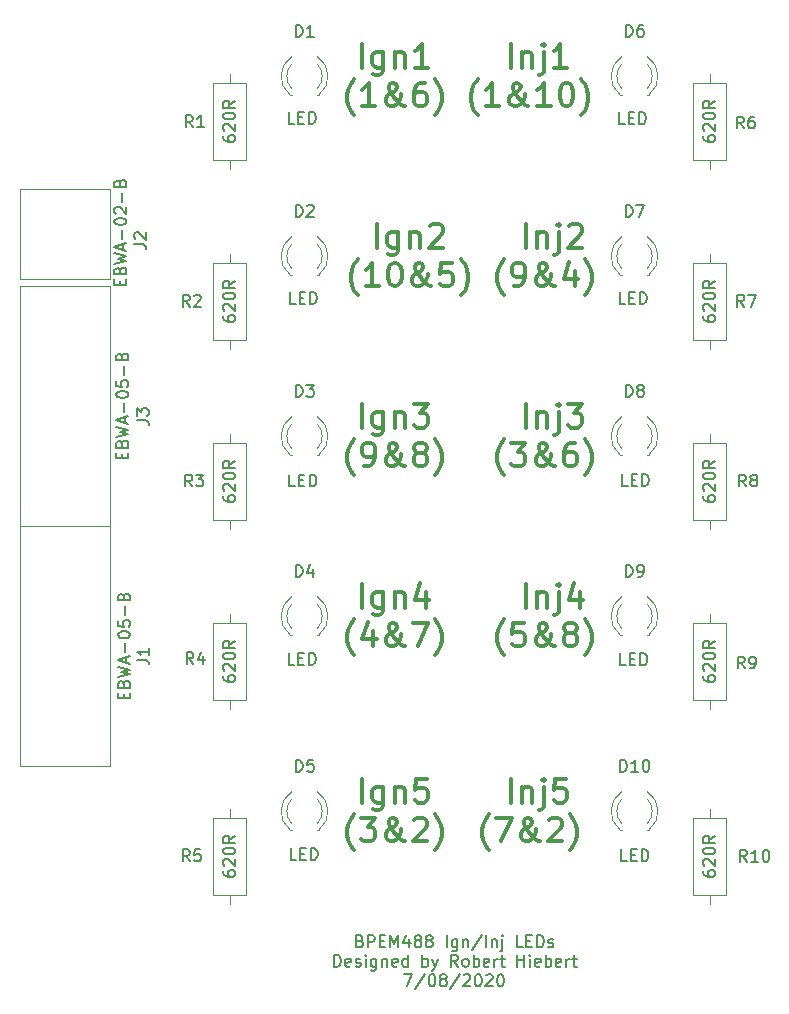
<source format=gbr>
%TF.GenerationSoftware,KiCad,Pcbnew,(5.1.6)-1*%
%TF.CreationDate,2020-07-18T16:29:51-07:00*%
%TF.ProjectId,Ign-Inj LEDs,49676e2d-496e-46a2-904c-4544732e6b69,rev?*%
%TF.SameCoordinates,Original*%
%TF.FileFunction,Legend,Top*%
%TF.FilePolarity,Positive*%
%FSLAX46Y46*%
G04 Gerber Fmt 4.6, Leading zero omitted, Abs format (unit mm)*
G04 Created by KiCad (PCBNEW (5.1.6)-1) date 2020-07-18 16:29:51*
%MOMM*%
%LPD*%
G01*
G04 APERTURE LIST*
%ADD10C,0.150000*%
%ADD11C,0.300000*%
%ADD12C,0.120000*%
G04 APERTURE END LIST*
D10*
X116460000Y-1032058571D02*
X116602857Y-1032106190D01*
X116650476Y-1032153809D01*
X116698095Y-1032249047D01*
X116698095Y-1032391904D01*
X116650476Y-1032487142D01*
X116602857Y-1032534761D01*
X116507619Y-1032582380D01*
X116126666Y-1032582380D01*
X116126666Y-1031582380D01*
X116460000Y-1031582380D01*
X116555238Y-1031630000D01*
X116602857Y-1031677619D01*
X116650476Y-1031772857D01*
X116650476Y-1031868095D01*
X116602857Y-1031963333D01*
X116555238Y-1032010952D01*
X116460000Y-1032058571D01*
X116126666Y-1032058571D01*
X117126666Y-1032582380D02*
X117126666Y-1031582380D01*
X117507619Y-1031582380D01*
X117602857Y-1031630000D01*
X117650476Y-1031677619D01*
X117698095Y-1031772857D01*
X117698095Y-1031915714D01*
X117650476Y-1032010952D01*
X117602857Y-1032058571D01*
X117507619Y-1032106190D01*
X117126666Y-1032106190D01*
X118126666Y-1032058571D02*
X118460000Y-1032058571D01*
X118602857Y-1032582380D02*
X118126666Y-1032582380D01*
X118126666Y-1031582380D01*
X118602857Y-1031582380D01*
X119031428Y-1032582380D02*
X119031428Y-1031582380D01*
X119364761Y-1032296666D01*
X119698095Y-1031582380D01*
X119698095Y-1032582380D01*
X120602857Y-1031915714D02*
X120602857Y-1032582380D01*
X120364761Y-1031534761D02*
X120126666Y-1032249047D01*
X120745714Y-1032249047D01*
X121269523Y-1032010952D02*
X121174285Y-1031963333D01*
X121126666Y-1031915714D01*
X121079047Y-1031820476D01*
X121079047Y-1031772857D01*
X121126666Y-1031677619D01*
X121174285Y-1031630000D01*
X121269523Y-1031582380D01*
X121460000Y-1031582380D01*
X121555238Y-1031630000D01*
X121602857Y-1031677619D01*
X121650476Y-1031772857D01*
X121650476Y-1031820476D01*
X121602857Y-1031915714D01*
X121555238Y-1031963333D01*
X121460000Y-1032010952D01*
X121269523Y-1032010952D01*
X121174285Y-1032058571D01*
X121126666Y-1032106190D01*
X121079047Y-1032201428D01*
X121079047Y-1032391904D01*
X121126666Y-1032487142D01*
X121174285Y-1032534761D01*
X121269523Y-1032582380D01*
X121460000Y-1032582380D01*
X121555238Y-1032534761D01*
X121602857Y-1032487142D01*
X121650476Y-1032391904D01*
X121650476Y-1032201428D01*
X121602857Y-1032106190D01*
X121555238Y-1032058571D01*
X121460000Y-1032010952D01*
X122221904Y-1032010952D02*
X122126666Y-1031963333D01*
X122079047Y-1031915714D01*
X122031428Y-1031820476D01*
X122031428Y-1031772857D01*
X122079047Y-1031677619D01*
X122126666Y-1031630000D01*
X122221904Y-1031582380D01*
X122412380Y-1031582380D01*
X122507619Y-1031630000D01*
X122555238Y-1031677619D01*
X122602857Y-1031772857D01*
X122602857Y-1031820476D01*
X122555238Y-1031915714D01*
X122507619Y-1031963333D01*
X122412380Y-1032010952D01*
X122221904Y-1032010952D01*
X122126666Y-1032058571D01*
X122079047Y-1032106190D01*
X122031428Y-1032201428D01*
X122031428Y-1032391904D01*
X122079047Y-1032487142D01*
X122126666Y-1032534761D01*
X122221904Y-1032582380D01*
X122412380Y-1032582380D01*
X122507619Y-1032534761D01*
X122555238Y-1032487142D01*
X122602857Y-1032391904D01*
X122602857Y-1032201428D01*
X122555238Y-1032106190D01*
X122507619Y-1032058571D01*
X122412380Y-1032010952D01*
X123793333Y-1032582380D02*
X123793333Y-1031582380D01*
X124698095Y-1031915714D02*
X124698095Y-1032725238D01*
X124650476Y-1032820476D01*
X124602857Y-1032868095D01*
X124507619Y-1032915714D01*
X124364761Y-1032915714D01*
X124269523Y-1032868095D01*
X124698095Y-1032534761D02*
X124602857Y-1032582380D01*
X124412380Y-1032582380D01*
X124317142Y-1032534761D01*
X124269523Y-1032487142D01*
X124221904Y-1032391904D01*
X124221904Y-1032106190D01*
X124269523Y-1032010952D01*
X124317142Y-1031963333D01*
X124412380Y-1031915714D01*
X124602857Y-1031915714D01*
X124698095Y-1031963333D01*
X125174285Y-1031915714D02*
X125174285Y-1032582380D01*
X125174285Y-1032010952D02*
X125221904Y-1031963333D01*
X125317142Y-1031915714D01*
X125460000Y-1031915714D01*
X125555238Y-1031963333D01*
X125602857Y-1032058571D01*
X125602857Y-1032582380D01*
X126793333Y-1031534761D02*
X125936190Y-1032820476D01*
X127126666Y-1032582380D02*
X127126666Y-1031582380D01*
X127602857Y-1031915714D02*
X127602857Y-1032582380D01*
X127602857Y-1032010952D02*
X127650476Y-1031963333D01*
X127745714Y-1031915714D01*
X127888571Y-1031915714D01*
X127983809Y-1031963333D01*
X128031428Y-1032058571D01*
X128031428Y-1032582380D01*
X128507619Y-1031915714D02*
X128507619Y-1032772857D01*
X128460000Y-1032868095D01*
X128364761Y-1032915714D01*
X128317142Y-1032915714D01*
X128507619Y-1031582380D02*
X128460000Y-1031630000D01*
X128507619Y-1031677619D01*
X128555238Y-1031630000D01*
X128507619Y-1031582380D01*
X128507619Y-1031677619D01*
X130221904Y-1032582380D02*
X129745714Y-1032582380D01*
X129745714Y-1031582380D01*
X130555238Y-1032058571D02*
X130888571Y-1032058571D01*
X131031428Y-1032582380D02*
X130555238Y-1032582380D01*
X130555238Y-1031582380D01*
X131031428Y-1031582380D01*
X131460000Y-1032582380D02*
X131460000Y-1031582380D01*
X131698095Y-1031582380D01*
X131840952Y-1031630000D01*
X131936190Y-1031725238D01*
X131983809Y-1031820476D01*
X132031428Y-1032010952D01*
X132031428Y-1032153809D01*
X131983809Y-1032344285D01*
X131936190Y-1032439523D01*
X131840952Y-1032534761D01*
X131698095Y-1032582380D01*
X131460000Y-1032582380D01*
X132412380Y-1032534761D02*
X132507619Y-1032582380D01*
X132698095Y-1032582380D01*
X132793333Y-1032534761D01*
X132840952Y-1032439523D01*
X132840952Y-1032391904D01*
X132793333Y-1032296666D01*
X132698095Y-1032249047D01*
X132555238Y-1032249047D01*
X132460000Y-1032201428D01*
X132412380Y-1032106190D01*
X132412380Y-1032058571D01*
X132460000Y-1031963333D01*
X132555238Y-1031915714D01*
X132698095Y-1031915714D01*
X132793333Y-1031963333D01*
X114269523Y-1034232380D02*
X114269523Y-1033232380D01*
X114507619Y-1033232380D01*
X114650476Y-1033280000D01*
X114745714Y-1033375238D01*
X114793333Y-1033470476D01*
X114840952Y-1033660952D01*
X114840952Y-1033803809D01*
X114793333Y-1033994285D01*
X114745714Y-1034089523D01*
X114650476Y-1034184761D01*
X114507619Y-1034232380D01*
X114269523Y-1034232380D01*
X115650476Y-1034184761D02*
X115555238Y-1034232380D01*
X115364761Y-1034232380D01*
X115269523Y-1034184761D01*
X115221904Y-1034089523D01*
X115221904Y-1033708571D01*
X115269523Y-1033613333D01*
X115364761Y-1033565714D01*
X115555238Y-1033565714D01*
X115650476Y-1033613333D01*
X115698095Y-1033708571D01*
X115698095Y-1033803809D01*
X115221904Y-1033899047D01*
X116079047Y-1034184761D02*
X116174285Y-1034232380D01*
X116364761Y-1034232380D01*
X116460000Y-1034184761D01*
X116507619Y-1034089523D01*
X116507619Y-1034041904D01*
X116460000Y-1033946666D01*
X116364761Y-1033899047D01*
X116221904Y-1033899047D01*
X116126666Y-1033851428D01*
X116079047Y-1033756190D01*
X116079047Y-1033708571D01*
X116126666Y-1033613333D01*
X116221904Y-1033565714D01*
X116364761Y-1033565714D01*
X116460000Y-1033613333D01*
X116936190Y-1034232380D02*
X116936190Y-1033565714D01*
X116936190Y-1033232380D02*
X116888571Y-1033280000D01*
X116936190Y-1033327619D01*
X116983809Y-1033280000D01*
X116936190Y-1033232380D01*
X116936190Y-1033327619D01*
X117840952Y-1033565714D02*
X117840952Y-1034375238D01*
X117793333Y-1034470476D01*
X117745714Y-1034518095D01*
X117650476Y-1034565714D01*
X117507619Y-1034565714D01*
X117412380Y-1034518095D01*
X117840952Y-1034184761D02*
X117745714Y-1034232380D01*
X117555238Y-1034232380D01*
X117460000Y-1034184761D01*
X117412380Y-1034137142D01*
X117364761Y-1034041904D01*
X117364761Y-1033756190D01*
X117412380Y-1033660952D01*
X117460000Y-1033613333D01*
X117555238Y-1033565714D01*
X117745714Y-1033565714D01*
X117840952Y-1033613333D01*
X118317142Y-1033565714D02*
X118317142Y-1034232380D01*
X118317142Y-1033660952D02*
X118364761Y-1033613333D01*
X118460000Y-1033565714D01*
X118602857Y-1033565714D01*
X118698095Y-1033613333D01*
X118745714Y-1033708571D01*
X118745714Y-1034232380D01*
X119602857Y-1034184761D02*
X119507619Y-1034232380D01*
X119317142Y-1034232380D01*
X119221904Y-1034184761D01*
X119174285Y-1034089523D01*
X119174285Y-1033708571D01*
X119221904Y-1033613333D01*
X119317142Y-1033565714D01*
X119507619Y-1033565714D01*
X119602857Y-1033613333D01*
X119650476Y-1033708571D01*
X119650476Y-1033803809D01*
X119174285Y-1033899047D01*
X120507619Y-1034232380D02*
X120507619Y-1033232380D01*
X120507619Y-1034184761D02*
X120412380Y-1034232380D01*
X120221904Y-1034232380D01*
X120126666Y-1034184761D01*
X120079047Y-1034137142D01*
X120031428Y-1034041904D01*
X120031428Y-1033756190D01*
X120079047Y-1033660952D01*
X120126666Y-1033613333D01*
X120221904Y-1033565714D01*
X120412380Y-1033565714D01*
X120507619Y-1033613333D01*
X121745714Y-1034232380D02*
X121745714Y-1033232380D01*
X121745714Y-1033613333D02*
X121840952Y-1033565714D01*
X122031428Y-1033565714D01*
X122126666Y-1033613333D01*
X122174285Y-1033660952D01*
X122221904Y-1033756190D01*
X122221904Y-1034041904D01*
X122174285Y-1034137142D01*
X122126666Y-1034184761D01*
X122031428Y-1034232380D01*
X121840952Y-1034232380D01*
X121745714Y-1034184761D01*
X122555238Y-1033565714D02*
X122793333Y-1034232380D01*
X123031428Y-1033565714D02*
X122793333Y-1034232380D01*
X122698095Y-1034470476D01*
X122650476Y-1034518095D01*
X122555238Y-1034565714D01*
X124745714Y-1034232380D02*
X124412380Y-1033756190D01*
X124174285Y-1034232380D02*
X124174285Y-1033232380D01*
X124555238Y-1033232380D01*
X124650476Y-1033280000D01*
X124698095Y-1033327619D01*
X124745714Y-1033422857D01*
X124745714Y-1033565714D01*
X124698095Y-1033660952D01*
X124650476Y-1033708571D01*
X124555238Y-1033756190D01*
X124174285Y-1033756190D01*
X125317142Y-1034232380D02*
X125221904Y-1034184761D01*
X125174285Y-1034137142D01*
X125126666Y-1034041904D01*
X125126666Y-1033756190D01*
X125174285Y-1033660952D01*
X125221904Y-1033613333D01*
X125317142Y-1033565714D01*
X125460000Y-1033565714D01*
X125555238Y-1033613333D01*
X125602857Y-1033660952D01*
X125650476Y-1033756190D01*
X125650476Y-1034041904D01*
X125602857Y-1034137142D01*
X125555238Y-1034184761D01*
X125460000Y-1034232380D01*
X125317142Y-1034232380D01*
X126079047Y-1034232380D02*
X126079047Y-1033232380D01*
X126079047Y-1033613333D02*
X126174285Y-1033565714D01*
X126364761Y-1033565714D01*
X126460000Y-1033613333D01*
X126507619Y-1033660952D01*
X126555238Y-1033756190D01*
X126555238Y-1034041904D01*
X126507619Y-1034137142D01*
X126460000Y-1034184761D01*
X126364761Y-1034232380D01*
X126174285Y-1034232380D01*
X126079047Y-1034184761D01*
X127364761Y-1034184761D02*
X127269523Y-1034232380D01*
X127079047Y-1034232380D01*
X126983809Y-1034184761D01*
X126936190Y-1034089523D01*
X126936190Y-1033708571D01*
X126983809Y-1033613333D01*
X127079047Y-1033565714D01*
X127269523Y-1033565714D01*
X127364761Y-1033613333D01*
X127412380Y-1033708571D01*
X127412380Y-1033803809D01*
X126936190Y-1033899047D01*
X127840952Y-1034232380D02*
X127840952Y-1033565714D01*
X127840952Y-1033756190D02*
X127888571Y-1033660952D01*
X127936190Y-1033613333D01*
X128031428Y-1033565714D01*
X128126666Y-1033565714D01*
X128317142Y-1033565714D02*
X128698095Y-1033565714D01*
X128460000Y-1033232380D02*
X128460000Y-1034089523D01*
X128507619Y-1034184761D01*
X128602857Y-1034232380D01*
X128698095Y-1034232380D01*
X129793333Y-1034232380D02*
X129793333Y-1033232380D01*
X129793333Y-1033708571D02*
X130364761Y-1033708571D01*
X130364761Y-1034232380D02*
X130364761Y-1033232380D01*
X130840952Y-1034232380D02*
X130840952Y-1033565714D01*
X130840952Y-1033232380D02*
X130793333Y-1033280000D01*
X130840952Y-1033327619D01*
X130888571Y-1033280000D01*
X130840952Y-1033232380D01*
X130840952Y-1033327619D01*
X131698095Y-1034184761D02*
X131602857Y-1034232380D01*
X131412380Y-1034232380D01*
X131317142Y-1034184761D01*
X131269523Y-1034089523D01*
X131269523Y-1033708571D01*
X131317142Y-1033613333D01*
X131412380Y-1033565714D01*
X131602857Y-1033565714D01*
X131698095Y-1033613333D01*
X131745714Y-1033708571D01*
X131745714Y-1033803809D01*
X131269523Y-1033899047D01*
X132174285Y-1034232380D02*
X132174285Y-1033232380D01*
X132174285Y-1033613333D02*
X132269523Y-1033565714D01*
X132460000Y-1033565714D01*
X132555238Y-1033613333D01*
X132602857Y-1033660952D01*
X132650476Y-1033756190D01*
X132650476Y-1034041904D01*
X132602857Y-1034137142D01*
X132555238Y-1034184761D01*
X132460000Y-1034232380D01*
X132269523Y-1034232380D01*
X132174285Y-1034184761D01*
X133460000Y-1034184761D02*
X133364761Y-1034232380D01*
X133174285Y-1034232380D01*
X133079047Y-1034184761D01*
X133031428Y-1034089523D01*
X133031428Y-1033708571D01*
X133079047Y-1033613333D01*
X133174285Y-1033565714D01*
X133364761Y-1033565714D01*
X133460000Y-1033613333D01*
X133507619Y-1033708571D01*
X133507619Y-1033803809D01*
X133031428Y-1033899047D01*
X133936190Y-1034232380D02*
X133936190Y-1033565714D01*
X133936190Y-1033756190D02*
X133983809Y-1033660952D01*
X134031428Y-1033613333D01*
X134126666Y-1033565714D01*
X134221904Y-1033565714D01*
X134412380Y-1033565714D02*
X134793333Y-1033565714D01*
X134555238Y-1033232380D02*
X134555238Y-1034089523D01*
X134602857Y-1034184761D01*
X134698095Y-1034232380D01*
X134793333Y-1034232380D01*
X120221904Y-1034882380D02*
X120888571Y-1034882380D01*
X120460000Y-1035882380D01*
X121983809Y-1034834761D02*
X121126666Y-1036120476D01*
X122507619Y-1034882380D02*
X122602857Y-1034882380D01*
X122698095Y-1034930000D01*
X122745714Y-1034977619D01*
X122793333Y-1035072857D01*
X122840952Y-1035263333D01*
X122840952Y-1035501428D01*
X122793333Y-1035691904D01*
X122745714Y-1035787142D01*
X122698095Y-1035834761D01*
X122602857Y-1035882380D01*
X122507619Y-1035882380D01*
X122412380Y-1035834761D01*
X122364761Y-1035787142D01*
X122317142Y-1035691904D01*
X122269523Y-1035501428D01*
X122269523Y-1035263333D01*
X122317142Y-1035072857D01*
X122364761Y-1034977619D01*
X122412380Y-1034930000D01*
X122507619Y-1034882380D01*
X123412380Y-1035310952D02*
X123317142Y-1035263333D01*
X123269523Y-1035215714D01*
X123221904Y-1035120476D01*
X123221904Y-1035072857D01*
X123269523Y-1034977619D01*
X123317142Y-1034930000D01*
X123412380Y-1034882380D01*
X123602857Y-1034882380D01*
X123698095Y-1034930000D01*
X123745714Y-1034977619D01*
X123793333Y-1035072857D01*
X123793333Y-1035120476D01*
X123745714Y-1035215714D01*
X123698095Y-1035263333D01*
X123602857Y-1035310952D01*
X123412380Y-1035310952D01*
X123317142Y-1035358571D01*
X123269523Y-1035406190D01*
X123221904Y-1035501428D01*
X123221904Y-1035691904D01*
X123269523Y-1035787142D01*
X123317142Y-1035834761D01*
X123412380Y-1035882380D01*
X123602857Y-1035882380D01*
X123698095Y-1035834761D01*
X123745714Y-1035787142D01*
X123793333Y-1035691904D01*
X123793333Y-1035501428D01*
X123745714Y-1035406190D01*
X123698095Y-1035358571D01*
X123602857Y-1035310952D01*
X124936190Y-1034834761D02*
X124079047Y-1036120476D01*
X125221904Y-1034977619D02*
X125269523Y-1034930000D01*
X125364761Y-1034882380D01*
X125602857Y-1034882380D01*
X125698095Y-1034930000D01*
X125745714Y-1034977619D01*
X125793333Y-1035072857D01*
X125793333Y-1035168095D01*
X125745714Y-1035310952D01*
X125174285Y-1035882380D01*
X125793333Y-1035882380D01*
X126412380Y-1034882380D02*
X126507619Y-1034882380D01*
X126602857Y-1034930000D01*
X126650476Y-1034977619D01*
X126698095Y-1035072857D01*
X126745714Y-1035263333D01*
X126745714Y-1035501428D01*
X126698095Y-1035691904D01*
X126650476Y-1035787142D01*
X126602857Y-1035834761D01*
X126507619Y-1035882380D01*
X126412380Y-1035882380D01*
X126317142Y-1035834761D01*
X126269523Y-1035787142D01*
X126221904Y-1035691904D01*
X126174285Y-1035501428D01*
X126174285Y-1035263333D01*
X126221904Y-1035072857D01*
X126269523Y-1034977619D01*
X126317142Y-1034930000D01*
X126412380Y-1034882380D01*
X127126666Y-1034977619D02*
X127174285Y-1034930000D01*
X127269523Y-1034882380D01*
X127507619Y-1034882380D01*
X127602857Y-1034930000D01*
X127650476Y-1034977619D01*
X127698095Y-1035072857D01*
X127698095Y-1035168095D01*
X127650476Y-1035310952D01*
X127079047Y-1035882380D01*
X127698095Y-1035882380D01*
X128317142Y-1034882380D02*
X128412380Y-1034882380D01*
X128507619Y-1034930000D01*
X128555238Y-1034977619D01*
X128602857Y-1035072857D01*
X128650476Y-1035263333D01*
X128650476Y-1035501428D01*
X128602857Y-1035691904D01*
X128555238Y-1035787142D01*
X128507619Y-1035834761D01*
X128412380Y-1035882380D01*
X128317142Y-1035882380D01*
X128221904Y-1035834761D01*
X128174285Y-1035787142D01*
X128126666Y-1035691904D01*
X128079047Y-1035501428D01*
X128079047Y-1035263333D01*
X128126666Y-1035072857D01*
X128174285Y-1034977619D01*
X128221904Y-1034930000D01*
X128317142Y-1034882380D01*
D11*
X129238571Y-1020334761D02*
X129238571Y-1018334761D01*
X130190952Y-1019001428D02*
X130190952Y-1020334761D01*
X130190952Y-1019191904D02*
X130286190Y-1019096666D01*
X130476666Y-1019001428D01*
X130762380Y-1019001428D01*
X130952857Y-1019096666D01*
X131048095Y-1019287142D01*
X131048095Y-1020334761D01*
X132000476Y-1019001428D02*
X132000476Y-1020715714D01*
X131905238Y-1020906190D01*
X131714761Y-1021001428D01*
X131619523Y-1021001428D01*
X132000476Y-1018334761D02*
X131905238Y-1018430000D01*
X132000476Y-1018525238D01*
X132095714Y-1018430000D01*
X132000476Y-1018334761D01*
X132000476Y-1018525238D01*
X133905238Y-1018334761D02*
X132952857Y-1018334761D01*
X132857619Y-1019287142D01*
X132952857Y-1019191904D01*
X133143333Y-1019096666D01*
X133619523Y-1019096666D01*
X133810000Y-1019191904D01*
X133905238Y-1019287142D01*
X134000476Y-1019477619D01*
X134000476Y-1019953809D01*
X133905238Y-1020144285D01*
X133810000Y-1020239523D01*
X133619523Y-1020334761D01*
X133143333Y-1020334761D01*
X132952857Y-1020239523D01*
X132857619Y-1020144285D01*
X127381428Y-1024396666D02*
X127286190Y-1024301428D01*
X127095714Y-1024015714D01*
X127000476Y-1023825238D01*
X126905238Y-1023539523D01*
X126810000Y-1023063333D01*
X126810000Y-1022682380D01*
X126905238Y-1022206190D01*
X127000476Y-1021920476D01*
X127095714Y-1021730000D01*
X127286190Y-1021444285D01*
X127381428Y-1021349047D01*
X127952857Y-1021634761D02*
X129286190Y-1021634761D01*
X128429047Y-1023634761D01*
X131667142Y-1023634761D02*
X131571904Y-1023634761D01*
X131381428Y-1023539523D01*
X131095714Y-1023253809D01*
X130619523Y-1022682380D01*
X130429047Y-1022396666D01*
X130333809Y-1022110952D01*
X130333809Y-1021920476D01*
X130429047Y-1021730000D01*
X130619523Y-1021634761D01*
X130714761Y-1021634761D01*
X130905238Y-1021730000D01*
X131000476Y-1021920476D01*
X131000476Y-1022015714D01*
X130905238Y-1022206190D01*
X130810000Y-1022301428D01*
X130238571Y-1022682380D01*
X130143333Y-1022777619D01*
X130048095Y-1022968095D01*
X130048095Y-1023253809D01*
X130143333Y-1023444285D01*
X130238571Y-1023539523D01*
X130429047Y-1023634761D01*
X130714761Y-1023634761D01*
X130905238Y-1023539523D01*
X131000476Y-1023444285D01*
X131286190Y-1023063333D01*
X131381428Y-1022777619D01*
X131381428Y-1022587142D01*
X132429047Y-1021825238D02*
X132524285Y-1021730000D01*
X132714761Y-1021634761D01*
X133190952Y-1021634761D01*
X133381428Y-1021730000D01*
X133476666Y-1021825238D01*
X133571904Y-1022015714D01*
X133571904Y-1022206190D01*
X133476666Y-1022491904D01*
X132333809Y-1023634761D01*
X133571904Y-1023634761D01*
X134238571Y-1024396666D02*
X134333809Y-1024301428D01*
X134524285Y-1024015714D01*
X134619523Y-1023825238D01*
X134714761Y-1023539523D01*
X134810000Y-1023063333D01*
X134810000Y-1022682380D01*
X134714761Y-1022206190D01*
X134619523Y-1021920476D01*
X134524285Y-1021730000D01*
X134333809Y-1021444285D01*
X134238571Y-1021349047D01*
X130508571Y-1003824761D02*
X130508571Y-1001824761D01*
X131460952Y-1002491428D02*
X131460952Y-1003824761D01*
X131460952Y-1002681904D02*
X131556190Y-1002586666D01*
X131746666Y-1002491428D01*
X132032380Y-1002491428D01*
X132222857Y-1002586666D01*
X132318095Y-1002777142D01*
X132318095Y-1003824761D01*
X133270476Y-1002491428D02*
X133270476Y-1004205714D01*
X133175238Y-1004396190D01*
X132984761Y-1004491428D01*
X132889523Y-1004491428D01*
X133270476Y-1001824761D02*
X133175238Y-1001920000D01*
X133270476Y-1002015238D01*
X133365714Y-1001920000D01*
X133270476Y-1001824761D01*
X133270476Y-1002015238D01*
X135080000Y-1002491428D02*
X135080000Y-1003824761D01*
X134603809Y-1001729523D02*
X134127619Y-1003158095D01*
X135365714Y-1003158095D01*
X128651428Y-1007886666D02*
X128556190Y-1007791428D01*
X128365714Y-1007505714D01*
X128270476Y-1007315238D01*
X128175238Y-1007029523D01*
X128080000Y-1006553333D01*
X128080000Y-1006172380D01*
X128175238Y-1005696190D01*
X128270476Y-1005410476D01*
X128365714Y-1005220000D01*
X128556190Y-1004934285D01*
X128651428Y-1004839047D01*
X130365714Y-1005124761D02*
X129413333Y-1005124761D01*
X129318095Y-1006077142D01*
X129413333Y-1005981904D01*
X129603809Y-1005886666D01*
X130080000Y-1005886666D01*
X130270476Y-1005981904D01*
X130365714Y-1006077142D01*
X130460952Y-1006267619D01*
X130460952Y-1006743809D01*
X130365714Y-1006934285D01*
X130270476Y-1007029523D01*
X130080000Y-1007124761D01*
X129603809Y-1007124761D01*
X129413333Y-1007029523D01*
X129318095Y-1006934285D01*
X132937142Y-1007124761D02*
X132841904Y-1007124761D01*
X132651428Y-1007029523D01*
X132365714Y-1006743809D01*
X131889523Y-1006172380D01*
X131699047Y-1005886666D01*
X131603809Y-1005600952D01*
X131603809Y-1005410476D01*
X131699047Y-1005220000D01*
X131889523Y-1005124761D01*
X131984761Y-1005124761D01*
X132175238Y-1005220000D01*
X132270476Y-1005410476D01*
X132270476Y-1005505714D01*
X132175238Y-1005696190D01*
X132080000Y-1005791428D01*
X131508571Y-1006172380D01*
X131413333Y-1006267619D01*
X131318095Y-1006458095D01*
X131318095Y-1006743809D01*
X131413333Y-1006934285D01*
X131508571Y-1007029523D01*
X131699047Y-1007124761D01*
X131984761Y-1007124761D01*
X132175238Y-1007029523D01*
X132270476Y-1006934285D01*
X132556190Y-1006553333D01*
X132651428Y-1006267619D01*
X132651428Y-1006077142D01*
X134080000Y-1005981904D02*
X133889523Y-1005886666D01*
X133794285Y-1005791428D01*
X133699047Y-1005600952D01*
X133699047Y-1005505714D01*
X133794285Y-1005315238D01*
X133889523Y-1005220000D01*
X134080000Y-1005124761D01*
X134460952Y-1005124761D01*
X134651428Y-1005220000D01*
X134746666Y-1005315238D01*
X134841904Y-1005505714D01*
X134841904Y-1005600952D01*
X134746666Y-1005791428D01*
X134651428Y-1005886666D01*
X134460952Y-1005981904D01*
X134080000Y-1005981904D01*
X133889523Y-1006077142D01*
X133794285Y-1006172380D01*
X133699047Y-1006362857D01*
X133699047Y-1006743809D01*
X133794285Y-1006934285D01*
X133889523Y-1007029523D01*
X134080000Y-1007124761D01*
X134460952Y-1007124761D01*
X134651428Y-1007029523D01*
X134746666Y-1006934285D01*
X134841904Y-1006743809D01*
X134841904Y-1006362857D01*
X134746666Y-1006172380D01*
X134651428Y-1006077142D01*
X134460952Y-1005981904D01*
X135508571Y-1007886666D02*
X135603809Y-1007791428D01*
X135794285Y-1007505714D01*
X135889523Y-1007315238D01*
X135984761Y-1007029523D01*
X136080000Y-1006553333D01*
X136080000Y-1006172380D01*
X135984761Y-1005696190D01*
X135889523Y-1005410476D01*
X135794285Y-1005220000D01*
X135603809Y-1004934285D01*
X135508571Y-1004839047D01*
X130508571Y-988584761D02*
X130508571Y-986584761D01*
X131460952Y-987251428D02*
X131460952Y-988584761D01*
X131460952Y-987441904D02*
X131556190Y-987346666D01*
X131746666Y-987251428D01*
X132032380Y-987251428D01*
X132222857Y-987346666D01*
X132318095Y-987537142D01*
X132318095Y-988584761D01*
X133270476Y-987251428D02*
X133270476Y-988965714D01*
X133175238Y-989156190D01*
X132984761Y-989251428D01*
X132889523Y-989251428D01*
X133270476Y-986584761D02*
X133175238Y-986680000D01*
X133270476Y-986775238D01*
X133365714Y-986680000D01*
X133270476Y-986584761D01*
X133270476Y-986775238D01*
X134032380Y-986584761D02*
X135270476Y-986584761D01*
X134603809Y-987346666D01*
X134889523Y-987346666D01*
X135080000Y-987441904D01*
X135175238Y-987537142D01*
X135270476Y-987727619D01*
X135270476Y-988203809D01*
X135175238Y-988394285D01*
X135080000Y-988489523D01*
X134889523Y-988584761D01*
X134318095Y-988584761D01*
X134127619Y-988489523D01*
X134032380Y-988394285D01*
X128651428Y-992646666D02*
X128556190Y-992551428D01*
X128365714Y-992265714D01*
X128270476Y-992075238D01*
X128175238Y-991789523D01*
X128080000Y-991313333D01*
X128080000Y-990932380D01*
X128175238Y-990456190D01*
X128270476Y-990170476D01*
X128365714Y-989980000D01*
X128556190Y-989694285D01*
X128651428Y-989599047D01*
X129222857Y-989884761D02*
X130460952Y-989884761D01*
X129794285Y-990646666D01*
X130080000Y-990646666D01*
X130270476Y-990741904D01*
X130365714Y-990837142D01*
X130460952Y-991027619D01*
X130460952Y-991503809D01*
X130365714Y-991694285D01*
X130270476Y-991789523D01*
X130080000Y-991884761D01*
X129508571Y-991884761D01*
X129318095Y-991789523D01*
X129222857Y-991694285D01*
X132937142Y-991884761D02*
X132841904Y-991884761D01*
X132651428Y-991789523D01*
X132365714Y-991503809D01*
X131889523Y-990932380D01*
X131699047Y-990646666D01*
X131603809Y-990360952D01*
X131603809Y-990170476D01*
X131699047Y-989980000D01*
X131889523Y-989884761D01*
X131984761Y-989884761D01*
X132175238Y-989980000D01*
X132270476Y-990170476D01*
X132270476Y-990265714D01*
X132175238Y-990456190D01*
X132080000Y-990551428D01*
X131508571Y-990932380D01*
X131413333Y-991027619D01*
X131318095Y-991218095D01*
X131318095Y-991503809D01*
X131413333Y-991694285D01*
X131508571Y-991789523D01*
X131699047Y-991884761D01*
X131984761Y-991884761D01*
X132175238Y-991789523D01*
X132270476Y-991694285D01*
X132556190Y-991313333D01*
X132651428Y-991027619D01*
X132651428Y-990837142D01*
X134651428Y-989884761D02*
X134270476Y-989884761D01*
X134080000Y-989980000D01*
X133984761Y-990075238D01*
X133794285Y-990360952D01*
X133699047Y-990741904D01*
X133699047Y-991503809D01*
X133794285Y-991694285D01*
X133889523Y-991789523D01*
X134080000Y-991884761D01*
X134460952Y-991884761D01*
X134651428Y-991789523D01*
X134746666Y-991694285D01*
X134841904Y-991503809D01*
X134841904Y-991027619D01*
X134746666Y-990837142D01*
X134651428Y-990741904D01*
X134460952Y-990646666D01*
X134080000Y-990646666D01*
X133889523Y-990741904D01*
X133794285Y-990837142D01*
X133699047Y-991027619D01*
X135508571Y-992646666D02*
X135603809Y-992551428D01*
X135794285Y-992265714D01*
X135889523Y-992075238D01*
X135984761Y-991789523D01*
X136080000Y-991313333D01*
X136080000Y-990932380D01*
X135984761Y-990456190D01*
X135889523Y-990170476D01*
X135794285Y-989980000D01*
X135603809Y-989694285D01*
X135508571Y-989599047D01*
X130508571Y-973344761D02*
X130508571Y-971344761D01*
X131460952Y-972011428D02*
X131460952Y-973344761D01*
X131460952Y-972201904D02*
X131556190Y-972106666D01*
X131746666Y-972011428D01*
X132032380Y-972011428D01*
X132222857Y-972106666D01*
X132318095Y-972297142D01*
X132318095Y-973344761D01*
X133270476Y-972011428D02*
X133270476Y-973725714D01*
X133175238Y-973916190D01*
X132984761Y-974011428D01*
X132889523Y-974011428D01*
X133270476Y-971344761D02*
X133175238Y-971440000D01*
X133270476Y-971535238D01*
X133365714Y-971440000D01*
X133270476Y-971344761D01*
X133270476Y-971535238D01*
X134127619Y-971535238D02*
X134222857Y-971440000D01*
X134413333Y-971344761D01*
X134889523Y-971344761D01*
X135080000Y-971440000D01*
X135175238Y-971535238D01*
X135270476Y-971725714D01*
X135270476Y-971916190D01*
X135175238Y-972201904D01*
X134032380Y-973344761D01*
X135270476Y-973344761D01*
X128651428Y-977406666D02*
X128556190Y-977311428D01*
X128365714Y-977025714D01*
X128270476Y-976835238D01*
X128175238Y-976549523D01*
X128080000Y-976073333D01*
X128080000Y-975692380D01*
X128175238Y-975216190D01*
X128270476Y-974930476D01*
X128365714Y-974740000D01*
X128556190Y-974454285D01*
X128651428Y-974359047D01*
X129508571Y-976644761D02*
X129889523Y-976644761D01*
X130080000Y-976549523D01*
X130175238Y-976454285D01*
X130365714Y-976168571D01*
X130460952Y-975787619D01*
X130460952Y-975025714D01*
X130365714Y-974835238D01*
X130270476Y-974740000D01*
X130080000Y-974644761D01*
X129699047Y-974644761D01*
X129508571Y-974740000D01*
X129413333Y-974835238D01*
X129318095Y-975025714D01*
X129318095Y-975501904D01*
X129413333Y-975692380D01*
X129508571Y-975787619D01*
X129699047Y-975882857D01*
X130080000Y-975882857D01*
X130270476Y-975787619D01*
X130365714Y-975692380D01*
X130460952Y-975501904D01*
X132937142Y-976644761D02*
X132841904Y-976644761D01*
X132651428Y-976549523D01*
X132365714Y-976263809D01*
X131889523Y-975692380D01*
X131699047Y-975406666D01*
X131603809Y-975120952D01*
X131603809Y-974930476D01*
X131699047Y-974740000D01*
X131889523Y-974644761D01*
X131984761Y-974644761D01*
X132175238Y-974740000D01*
X132270476Y-974930476D01*
X132270476Y-975025714D01*
X132175238Y-975216190D01*
X132080000Y-975311428D01*
X131508571Y-975692380D01*
X131413333Y-975787619D01*
X131318095Y-975978095D01*
X131318095Y-976263809D01*
X131413333Y-976454285D01*
X131508571Y-976549523D01*
X131699047Y-976644761D01*
X131984761Y-976644761D01*
X132175238Y-976549523D01*
X132270476Y-976454285D01*
X132556190Y-976073333D01*
X132651428Y-975787619D01*
X132651428Y-975597142D01*
X134651428Y-975311428D02*
X134651428Y-976644761D01*
X134175238Y-974549523D02*
X133699047Y-975978095D01*
X134937142Y-975978095D01*
X135508571Y-977406666D02*
X135603809Y-977311428D01*
X135794285Y-977025714D01*
X135889523Y-976835238D01*
X135984761Y-976549523D01*
X136080000Y-976073333D01*
X136080000Y-975692380D01*
X135984761Y-975216190D01*
X135889523Y-974930476D01*
X135794285Y-974740000D01*
X135603809Y-974454285D01*
X135508571Y-974359047D01*
X129238571Y-958104761D02*
X129238571Y-956104761D01*
X130190952Y-956771428D02*
X130190952Y-958104761D01*
X130190952Y-956961904D02*
X130286190Y-956866666D01*
X130476666Y-956771428D01*
X130762380Y-956771428D01*
X130952857Y-956866666D01*
X131048095Y-957057142D01*
X131048095Y-958104761D01*
X132000476Y-956771428D02*
X132000476Y-958485714D01*
X131905238Y-958676190D01*
X131714761Y-958771428D01*
X131619523Y-958771428D01*
X132000476Y-956104761D02*
X131905238Y-956200000D01*
X132000476Y-956295238D01*
X132095714Y-956200000D01*
X132000476Y-956104761D01*
X132000476Y-956295238D01*
X134000476Y-958104761D02*
X132857619Y-958104761D01*
X133429047Y-958104761D02*
X133429047Y-956104761D01*
X133238571Y-956390476D01*
X133048095Y-956580952D01*
X132857619Y-956676190D01*
X126429047Y-962166666D02*
X126333809Y-962071428D01*
X126143333Y-961785714D01*
X126048095Y-961595238D01*
X125952857Y-961309523D01*
X125857619Y-960833333D01*
X125857619Y-960452380D01*
X125952857Y-959976190D01*
X126048095Y-959690476D01*
X126143333Y-959500000D01*
X126333809Y-959214285D01*
X126429047Y-959119047D01*
X128238571Y-961404761D02*
X127095714Y-961404761D01*
X127667142Y-961404761D02*
X127667142Y-959404761D01*
X127476666Y-959690476D01*
X127286190Y-959880952D01*
X127095714Y-959976190D01*
X130714761Y-961404761D02*
X130619523Y-961404761D01*
X130429047Y-961309523D01*
X130143333Y-961023809D01*
X129667142Y-960452380D01*
X129476666Y-960166666D01*
X129381428Y-959880952D01*
X129381428Y-959690476D01*
X129476666Y-959500000D01*
X129667142Y-959404761D01*
X129762380Y-959404761D01*
X129952857Y-959500000D01*
X130048095Y-959690476D01*
X130048095Y-959785714D01*
X129952857Y-959976190D01*
X129857619Y-960071428D01*
X129286190Y-960452380D01*
X129190952Y-960547619D01*
X129095714Y-960738095D01*
X129095714Y-961023809D01*
X129190952Y-961214285D01*
X129286190Y-961309523D01*
X129476666Y-961404761D01*
X129762380Y-961404761D01*
X129952857Y-961309523D01*
X130048095Y-961214285D01*
X130333809Y-960833333D01*
X130429047Y-960547619D01*
X130429047Y-960357142D01*
X132619523Y-961404761D02*
X131476666Y-961404761D01*
X132048095Y-961404761D02*
X132048095Y-959404761D01*
X131857619Y-959690476D01*
X131667142Y-959880952D01*
X131476666Y-959976190D01*
X133857619Y-959404761D02*
X134048095Y-959404761D01*
X134238571Y-959500000D01*
X134333809Y-959595238D01*
X134429047Y-959785714D01*
X134524285Y-960166666D01*
X134524285Y-960642857D01*
X134429047Y-961023809D01*
X134333809Y-961214285D01*
X134238571Y-961309523D01*
X134048095Y-961404761D01*
X133857619Y-961404761D01*
X133667142Y-961309523D01*
X133571904Y-961214285D01*
X133476666Y-961023809D01*
X133381428Y-960642857D01*
X133381428Y-960166666D01*
X133476666Y-959785714D01*
X133571904Y-959595238D01*
X133667142Y-959500000D01*
X133857619Y-959404761D01*
X135190952Y-962166666D02*
X135286190Y-962071428D01*
X135476666Y-961785714D01*
X135571904Y-961595238D01*
X135667142Y-961309523D01*
X135762380Y-960833333D01*
X135762380Y-960452380D01*
X135667142Y-959976190D01*
X135571904Y-959690476D01*
X135476666Y-959500000D01*
X135286190Y-959214285D01*
X135190952Y-959119047D01*
X117888095Y-973344761D02*
X117888095Y-971344761D01*
X119697619Y-972011428D02*
X119697619Y-973630476D01*
X119602380Y-973820952D01*
X119507142Y-973916190D01*
X119316666Y-974011428D01*
X119030952Y-974011428D01*
X118840476Y-973916190D01*
X119697619Y-973249523D02*
X119507142Y-973344761D01*
X119126190Y-973344761D01*
X118935714Y-973249523D01*
X118840476Y-973154285D01*
X118745238Y-972963809D01*
X118745238Y-972392380D01*
X118840476Y-972201904D01*
X118935714Y-972106666D01*
X119126190Y-972011428D01*
X119507142Y-972011428D01*
X119697619Y-972106666D01*
X120650000Y-972011428D02*
X120650000Y-973344761D01*
X120650000Y-972201904D02*
X120745238Y-972106666D01*
X120935714Y-972011428D01*
X121221428Y-972011428D01*
X121411904Y-972106666D01*
X121507142Y-972297142D01*
X121507142Y-973344761D01*
X122364285Y-971535238D02*
X122459523Y-971440000D01*
X122650000Y-971344761D01*
X123126190Y-971344761D01*
X123316666Y-971440000D01*
X123411904Y-971535238D01*
X123507142Y-971725714D01*
X123507142Y-971916190D01*
X123411904Y-972201904D01*
X122269047Y-973344761D01*
X123507142Y-973344761D01*
X116269047Y-977406666D02*
X116173809Y-977311428D01*
X115983333Y-977025714D01*
X115888095Y-976835238D01*
X115792857Y-976549523D01*
X115697619Y-976073333D01*
X115697619Y-975692380D01*
X115792857Y-975216190D01*
X115888095Y-974930476D01*
X115983333Y-974740000D01*
X116173809Y-974454285D01*
X116269047Y-974359047D01*
X118078571Y-976644761D02*
X116935714Y-976644761D01*
X117507142Y-976644761D02*
X117507142Y-974644761D01*
X117316666Y-974930476D01*
X117126190Y-975120952D01*
X116935714Y-975216190D01*
X119316666Y-974644761D02*
X119507142Y-974644761D01*
X119697619Y-974740000D01*
X119792857Y-974835238D01*
X119888095Y-975025714D01*
X119983333Y-975406666D01*
X119983333Y-975882857D01*
X119888095Y-976263809D01*
X119792857Y-976454285D01*
X119697619Y-976549523D01*
X119507142Y-976644761D01*
X119316666Y-976644761D01*
X119126190Y-976549523D01*
X119030952Y-976454285D01*
X118935714Y-976263809D01*
X118840476Y-975882857D01*
X118840476Y-975406666D01*
X118935714Y-975025714D01*
X119030952Y-974835238D01*
X119126190Y-974740000D01*
X119316666Y-974644761D01*
X122459523Y-976644761D02*
X122364285Y-976644761D01*
X122173809Y-976549523D01*
X121888095Y-976263809D01*
X121411904Y-975692380D01*
X121221428Y-975406666D01*
X121126190Y-975120952D01*
X121126190Y-974930476D01*
X121221428Y-974740000D01*
X121411904Y-974644761D01*
X121507142Y-974644761D01*
X121697619Y-974740000D01*
X121792857Y-974930476D01*
X121792857Y-975025714D01*
X121697619Y-975216190D01*
X121602380Y-975311428D01*
X121030952Y-975692380D01*
X120935714Y-975787619D01*
X120840476Y-975978095D01*
X120840476Y-976263809D01*
X120935714Y-976454285D01*
X121030952Y-976549523D01*
X121221428Y-976644761D01*
X121507142Y-976644761D01*
X121697619Y-976549523D01*
X121792857Y-976454285D01*
X122078571Y-976073333D01*
X122173809Y-975787619D01*
X122173809Y-975597142D01*
X124269047Y-974644761D02*
X123316666Y-974644761D01*
X123221428Y-975597142D01*
X123316666Y-975501904D01*
X123507142Y-975406666D01*
X123983333Y-975406666D01*
X124173809Y-975501904D01*
X124269047Y-975597142D01*
X124364285Y-975787619D01*
X124364285Y-976263809D01*
X124269047Y-976454285D01*
X124173809Y-976549523D01*
X123983333Y-976644761D01*
X123507142Y-976644761D01*
X123316666Y-976549523D01*
X123221428Y-976454285D01*
X125030952Y-977406666D02*
X125126190Y-977311428D01*
X125316666Y-977025714D01*
X125411904Y-976835238D01*
X125507142Y-976549523D01*
X125602380Y-976073333D01*
X125602380Y-975692380D01*
X125507142Y-975216190D01*
X125411904Y-974930476D01*
X125316666Y-974740000D01*
X125126190Y-974454285D01*
X125030952Y-974359047D01*
X116618095Y-1020334761D02*
X116618095Y-1018334761D01*
X118427619Y-1019001428D02*
X118427619Y-1020620476D01*
X118332380Y-1020810952D01*
X118237142Y-1020906190D01*
X118046666Y-1021001428D01*
X117760952Y-1021001428D01*
X117570476Y-1020906190D01*
X118427619Y-1020239523D02*
X118237142Y-1020334761D01*
X117856190Y-1020334761D01*
X117665714Y-1020239523D01*
X117570476Y-1020144285D01*
X117475238Y-1019953809D01*
X117475238Y-1019382380D01*
X117570476Y-1019191904D01*
X117665714Y-1019096666D01*
X117856190Y-1019001428D01*
X118237142Y-1019001428D01*
X118427619Y-1019096666D01*
X119380000Y-1019001428D02*
X119380000Y-1020334761D01*
X119380000Y-1019191904D02*
X119475238Y-1019096666D01*
X119665714Y-1019001428D01*
X119951428Y-1019001428D01*
X120141904Y-1019096666D01*
X120237142Y-1019287142D01*
X120237142Y-1020334761D01*
X122141904Y-1018334761D02*
X121189523Y-1018334761D01*
X121094285Y-1019287142D01*
X121189523Y-1019191904D01*
X121380000Y-1019096666D01*
X121856190Y-1019096666D01*
X122046666Y-1019191904D01*
X122141904Y-1019287142D01*
X122237142Y-1019477619D01*
X122237142Y-1019953809D01*
X122141904Y-1020144285D01*
X122046666Y-1020239523D01*
X121856190Y-1020334761D01*
X121380000Y-1020334761D01*
X121189523Y-1020239523D01*
X121094285Y-1020144285D01*
X115951428Y-1024396666D02*
X115856190Y-1024301428D01*
X115665714Y-1024015714D01*
X115570476Y-1023825238D01*
X115475238Y-1023539523D01*
X115380000Y-1023063333D01*
X115380000Y-1022682380D01*
X115475238Y-1022206190D01*
X115570476Y-1021920476D01*
X115665714Y-1021730000D01*
X115856190Y-1021444285D01*
X115951428Y-1021349047D01*
X116522857Y-1021634761D02*
X117760952Y-1021634761D01*
X117094285Y-1022396666D01*
X117380000Y-1022396666D01*
X117570476Y-1022491904D01*
X117665714Y-1022587142D01*
X117760952Y-1022777619D01*
X117760952Y-1023253809D01*
X117665714Y-1023444285D01*
X117570476Y-1023539523D01*
X117380000Y-1023634761D01*
X116808571Y-1023634761D01*
X116618095Y-1023539523D01*
X116522857Y-1023444285D01*
X120237142Y-1023634761D02*
X120141904Y-1023634761D01*
X119951428Y-1023539523D01*
X119665714Y-1023253809D01*
X119189523Y-1022682380D01*
X118999047Y-1022396666D01*
X118903809Y-1022110952D01*
X118903809Y-1021920476D01*
X118999047Y-1021730000D01*
X119189523Y-1021634761D01*
X119284761Y-1021634761D01*
X119475238Y-1021730000D01*
X119570476Y-1021920476D01*
X119570476Y-1022015714D01*
X119475238Y-1022206190D01*
X119380000Y-1022301428D01*
X118808571Y-1022682380D01*
X118713333Y-1022777619D01*
X118618095Y-1022968095D01*
X118618095Y-1023253809D01*
X118713333Y-1023444285D01*
X118808571Y-1023539523D01*
X118999047Y-1023634761D01*
X119284761Y-1023634761D01*
X119475238Y-1023539523D01*
X119570476Y-1023444285D01*
X119856190Y-1023063333D01*
X119951428Y-1022777619D01*
X119951428Y-1022587142D01*
X120999047Y-1021825238D02*
X121094285Y-1021730000D01*
X121284761Y-1021634761D01*
X121760952Y-1021634761D01*
X121951428Y-1021730000D01*
X122046666Y-1021825238D01*
X122141904Y-1022015714D01*
X122141904Y-1022206190D01*
X122046666Y-1022491904D01*
X120903809Y-1023634761D01*
X122141904Y-1023634761D01*
X122808571Y-1024396666D02*
X122903809Y-1024301428D01*
X123094285Y-1024015714D01*
X123189523Y-1023825238D01*
X123284761Y-1023539523D01*
X123380000Y-1023063333D01*
X123380000Y-1022682380D01*
X123284761Y-1022206190D01*
X123189523Y-1021920476D01*
X123094285Y-1021730000D01*
X122903809Y-1021444285D01*
X122808571Y-1021349047D01*
X116618095Y-1003824761D02*
X116618095Y-1001824761D01*
X118427619Y-1002491428D02*
X118427619Y-1004110476D01*
X118332380Y-1004300952D01*
X118237142Y-1004396190D01*
X118046666Y-1004491428D01*
X117760952Y-1004491428D01*
X117570476Y-1004396190D01*
X118427619Y-1003729523D02*
X118237142Y-1003824761D01*
X117856190Y-1003824761D01*
X117665714Y-1003729523D01*
X117570476Y-1003634285D01*
X117475238Y-1003443809D01*
X117475238Y-1002872380D01*
X117570476Y-1002681904D01*
X117665714Y-1002586666D01*
X117856190Y-1002491428D01*
X118237142Y-1002491428D01*
X118427619Y-1002586666D01*
X119380000Y-1002491428D02*
X119380000Y-1003824761D01*
X119380000Y-1002681904D02*
X119475238Y-1002586666D01*
X119665714Y-1002491428D01*
X119951428Y-1002491428D01*
X120141904Y-1002586666D01*
X120237142Y-1002777142D01*
X120237142Y-1003824761D01*
X122046666Y-1002491428D02*
X122046666Y-1003824761D01*
X121570476Y-1001729523D02*
X121094285Y-1003158095D01*
X122332380Y-1003158095D01*
X115951428Y-1007886666D02*
X115856190Y-1007791428D01*
X115665714Y-1007505714D01*
X115570476Y-1007315238D01*
X115475238Y-1007029523D01*
X115380000Y-1006553333D01*
X115380000Y-1006172380D01*
X115475238Y-1005696190D01*
X115570476Y-1005410476D01*
X115665714Y-1005220000D01*
X115856190Y-1004934285D01*
X115951428Y-1004839047D01*
X117570476Y-1005791428D02*
X117570476Y-1007124761D01*
X117094285Y-1005029523D02*
X116618095Y-1006458095D01*
X117856190Y-1006458095D01*
X120237142Y-1007124761D02*
X120141904Y-1007124761D01*
X119951428Y-1007029523D01*
X119665714Y-1006743809D01*
X119189523Y-1006172380D01*
X118999047Y-1005886666D01*
X118903809Y-1005600952D01*
X118903809Y-1005410476D01*
X118999047Y-1005220000D01*
X119189523Y-1005124761D01*
X119284761Y-1005124761D01*
X119475238Y-1005220000D01*
X119570476Y-1005410476D01*
X119570476Y-1005505714D01*
X119475238Y-1005696190D01*
X119380000Y-1005791428D01*
X118808571Y-1006172380D01*
X118713333Y-1006267619D01*
X118618095Y-1006458095D01*
X118618095Y-1006743809D01*
X118713333Y-1006934285D01*
X118808571Y-1007029523D01*
X118999047Y-1007124761D01*
X119284761Y-1007124761D01*
X119475238Y-1007029523D01*
X119570476Y-1006934285D01*
X119856190Y-1006553333D01*
X119951428Y-1006267619D01*
X119951428Y-1006077142D01*
X120903809Y-1005124761D02*
X122237142Y-1005124761D01*
X121380000Y-1007124761D01*
X122808571Y-1007886666D02*
X122903809Y-1007791428D01*
X123094285Y-1007505714D01*
X123189523Y-1007315238D01*
X123284761Y-1007029523D01*
X123380000Y-1006553333D01*
X123380000Y-1006172380D01*
X123284761Y-1005696190D01*
X123189523Y-1005410476D01*
X123094285Y-1005220000D01*
X122903809Y-1004934285D01*
X122808571Y-1004839047D01*
X116618095Y-988584761D02*
X116618095Y-986584761D01*
X118427619Y-987251428D02*
X118427619Y-988870476D01*
X118332380Y-989060952D01*
X118237142Y-989156190D01*
X118046666Y-989251428D01*
X117760952Y-989251428D01*
X117570476Y-989156190D01*
X118427619Y-988489523D02*
X118237142Y-988584761D01*
X117856190Y-988584761D01*
X117665714Y-988489523D01*
X117570476Y-988394285D01*
X117475238Y-988203809D01*
X117475238Y-987632380D01*
X117570476Y-987441904D01*
X117665714Y-987346666D01*
X117856190Y-987251428D01*
X118237142Y-987251428D01*
X118427619Y-987346666D01*
X119380000Y-987251428D02*
X119380000Y-988584761D01*
X119380000Y-987441904D02*
X119475238Y-987346666D01*
X119665714Y-987251428D01*
X119951428Y-987251428D01*
X120141904Y-987346666D01*
X120237142Y-987537142D01*
X120237142Y-988584761D01*
X120999047Y-986584761D02*
X122237142Y-986584761D01*
X121570476Y-987346666D01*
X121856190Y-987346666D01*
X122046666Y-987441904D01*
X122141904Y-987537142D01*
X122237142Y-987727619D01*
X122237142Y-988203809D01*
X122141904Y-988394285D01*
X122046666Y-988489523D01*
X121856190Y-988584761D01*
X121284761Y-988584761D01*
X121094285Y-988489523D01*
X120999047Y-988394285D01*
X115951428Y-992646666D02*
X115856190Y-992551428D01*
X115665714Y-992265714D01*
X115570476Y-992075238D01*
X115475238Y-991789523D01*
X115380000Y-991313333D01*
X115380000Y-990932380D01*
X115475238Y-990456190D01*
X115570476Y-990170476D01*
X115665714Y-989980000D01*
X115856190Y-989694285D01*
X115951428Y-989599047D01*
X116808571Y-991884761D02*
X117189523Y-991884761D01*
X117380000Y-991789523D01*
X117475238Y-991694285D01*
X117665714Y-991408571D01*
X117760952Y-991027619D01*
X117760952Y-990265714D01*
X117665714Y-990075238D01*
X117570476Y-989980000D01*
X117380000Y-989884761D01*
X116999047Y-989884761D01*
X116808571Y-989980000D01*
X116713333Y-990075238D01*
X116618095Y-990265714D01*
X116618095Y-990741904D01*
X116713333Y-990932380D01*
X116808571Y-991027619D01*
X116999047Y-991122857D01*
X117380000Y-991122857D01*
X117570476Y-991027619D01*
X117665714Y-990932380D01*
X117760952Y-990741904D01*
X120237142Y-991884761D02*
X120141904Y-991884761D01*
X119951428Y-991789523D01*
X119665714Y-991503809D01*
X119189523Y-990932380D01*
X118999047Y-990646666D01*
X118903809Y-990360952D01*
X118903809Y-990170476D01*
X118999047Y-989980000D01*
X119189523Y-989884761D01*
X119284761Y-989884761D01*
X119475238Y-989980000D01*
X119570476Y-990170476D01*
X119570476Y-990265714D01*
X119475238Y-990456190D01*
X119380000Y-990551428D01*
X118808571Y-990932380D01*
X118713333Y-991027619D01*
X118618095Y-991218095D01*
X118618095Y-991503809D01*
X118713333Y-991694285D01*
X118808571Y-991789523D01*
X118999047Y-991884761D01*
X119284761Y-991884761D01*
X119475238Y-991789523D01*
X119570476Y-991694285D01*
X119856190Y-991313333D01*
X119951428Y-991027619D01*
X119951428Y-990837142D01*
X121380000Y-990741904D02*
X121189523Y-990646666D01*
X121094285Y-990551428D01*
X120999047Y-990360952D01*
X120999047Y-990265714D01*
X121094285Y-990075238D01*
X121189523Y-989980000D01*
X121380000Y-989884761D01*
X121760952Y-989884761D01*
X121951428Y-989980000D01*
X122046666Y-990075238D01*
X122141904Y-990265714D01*
X122141904Y-990360952D01*
X122046666Y-990551428D01*
X121951428Y-990646666D01*
X121760952Y-990741904D01*
X121380000Y-990741904D01*
X121189523Y-990837142D01*
X121094285Y-990932380D01*
X120999047Y-991122857D01*
X120999047Y-991503809D01*
X121094285Y-991694285D01*
X121189523Y-991789523D01*
X121380000Y-991884761D01*
X121760952Y-991884761D01*
X121951428Y-991789523D01*
X122046666Y-991694285D01*
X122141904Y-991503809D01*
X122141904Y-991122857D01*
X122046666Y-990932380D01*
X121951428Y-990837142D01*
X121760952Y-990741904D01*
X122808571Y-992646666D02*
X122903809Y-992551428D01*
X123094285Y-992265714D01*
X123189523Y-992075238D01*
X123284761Y-991789523D01*
X123380000Y-991313333D01*
X123380000Y-990932380D01*
X123284761Y-990456190D01*
X123189523Y-990170476D01*
X123094285Y-989980000D01*
X122903809Y-989694285D01*
X122808571Y-989599047D01*
X116618095Y-958104761D02*
X116618095Y-956104761D01*
X118427619Y-956771428D02*
X118427619Y-958390476D01*
X118332380Y-958580952D01*
X118237142Y-958676190D01*
X118046666Y-958771428D01*
X117760952Y-958771428D01*
X117570476Y-958676190D01*
X118427619Y-958009523D02*
X118237142Y-958104761D01*
X117856190Y-958104761D01*
X117665714Y-958009523D01*
X117570476Y-957914285D01*
X117475238Y-957723809D01*
X117475238Y-957152380D01*
X117570476Y-956961904D01*
X117665714Y-956866666D01*
X117856190Y-956771428D01*
X118237142Y-956771428D01*
X118427619Y-956866666D01*
X119380000Y-956771428D02*
X119380000Y-958104761D01*
X119380000Y-956961904D02*
X119475238Y-956866666D01*
X119665714Y-956771428D01*
X119951428Y-956771428D01*
X120141904Y-956866666D01*
X120237142Y-957057142D01*
X120237142Y-958104761D01*
X122237142Y-958104761D02*
X121094285Y-958104761D01*
X121665714Y-958104761D02*
X121665714Y-956104761D01*
X121475238Y-956390476D01*
X121284761Y-956580952D01*
X121094285Y-956676190D01*
X115951428Y-962166666D02*
X115856190Y-962071428D01*
X115665714Y-961785714D01*
X115570476Y-961595238D01*
X115475238Y-961309523D01*
X115380000Y-960833333D01*
X115380000Y-960452380D01*
X115475238Y-959976190D01*
X115570476Y-959690476D01*
X115665714Y-959500000D01*
X115856190Y-959214285D01*
X115951428Y-959119047D01*
X117760952Y-961404761D02*
X116618095Y-961404761D01*
X117189523Y-961404761D02*
X117189523Y-959404761D01*
X116999047Y-959690476D01*
X116808571Y-959880952D01*
X116618095Y-959976190D01*
X120237142Y-961404761D02*
X120141904Y-961404761D01*
X119951428Y-961309523D01*
X119665714Y-961023809D01*
X119189523Y-960452380D01*
X118999047Y-960166666D01*
X118903809Y-959880952D01*
X118903809Y-959690476D01*
X118999047Y-959500000D01*
X119189523Y-959404761D01*
X119284761Y-959404761D01*
X119475238Y-959500000D01*
X119570476Y-959690476D01*
X119570476Y-959785714D01*
X119475238Y-959976190D01*
X119380000Y-960071428D01*
X118808571Y-960452380D01*
X118713333Y-960547619D01*
X118618095Y-960738095D01*
X118618095Y-961023809D01*
X118713333Y-961214285D01*
X118808571Y-961309523D01*
X118999047Y-961404761D01*
X119284761Y-961404761D01*
X119475238Y-961309523D01*
X119570476Y-961214285D01*
X119856190Y-960833333D01*
X119951428Y-960547619D01*
X119951428Y-960357142D01*
X121951428Y-959404761D02*
X121570476Y-959404761D01*
X121380000Y-959500000D01*
X121284761Y-959595238D01*
X121094285Y-959880952D01*
X120999047Y-960261904D01*
X120999047Y-961023809D01*
X121094285Y-961214285D01*
X121189523Y-961309523D01*
X121380000Y-961404761D01*
X121760952Y-961404761D01*
X121951428Y-961309523D01*
X122046666Y-961214285D01*
X122141904Y-961023809D01*
X122141904Y-960547619D01*
X122046666Y-960357142D01*
X121951428Y-960261904D01*
X121760952Y-960166666D01*
X121380000Y-960166666D01*
X121189523Y-960261904D01*
X121094285Y-960357142D01*
X120999047Y-960547619D01*
X122808571Y-962166666D02*
X122903809Y-962071428D01*
X123094285Y-961785714D01*
X123189523Y-961595238D01*
X123284761Y-961309523D01*
X123380000Y-960833333D01*
X123380000Y-960452380D01*
X123284761Y-959976190D01*
X123189523Y-959690476D01*
X123094285Y-959500000D01*
X122903809Y-959214285D01*
X122808571Y-959119047D01*
D12*
%TO.C,D1*%
X110524000Y-960410000D02*
X110680000Y-960410000D01*
X112840000Y-960410000D02*
X112996000Y-960410000D01*
X112839837Y-957808870D02*
G75*
G02*
X112840000Y-959890961I-1079837J-1041130D01*
G01*
X110680163Y-957808870D02*
G75*
G03*
X110680000Y-959890961I1079837J-1041130D01*
G01*
X112838608Y-957177665D02*
G75*
G02*
X112995516Y-960410000I-1078608J-1672335D01*
G01*
X110681392Y-957177665D02*
G75*
G03*
X110524484Y-960410000I1078608J-1672335D01*
G01*
%TO.C,D2*%
X110524000Y-975650000D02*
X110680000Y-975650000D01*
X112840000Y-975650000D02*
X112996000Y-975650000D01*
X112839837Y-973048870D02*
G75*
G02*
X112840000Y-975130961I-1079837J-1041130D01*
G01*
X110680163Y-973048870D02*
G75*
G03*
X110680000Y-975130961I1079837J-1041130D01*
G01*
X112838608Y-972417665D02*
G75*
G02*
X112995516Y-975650000I-1078608J-1672335D01*
G01*
X110681392Y-972417665D02*
G75*
G03*
X110524484Y-975650000I1078608J-1672335D01*
G01*
%TO.C,D3*%
X112840000Y-990890000D02*
X112996000Y-990890000D01*
X110524000Y-990890000D02*
X110680000Y-990890000D01*
X110681392Y-987657665D02*
G75*
G03*
X110524484Y-990890000I1078608J-1672335D01*
G01*
X112838608Y-987657665D02*
G75*
G02*
X112995516Y-990890000I-1078608J-1672335D01*
G01*
X110680163Y-988288870D02*
G75*
G03*
X110680000Y-990370961I1079837J-1041130D01*
G01*
X112839837Y-988288870D02*
G75*
G02*
X112840000Y-990370961I-1079837J-1041130D01*
G01*
%TO.C,D4*%
X110524000Y-1006130000D02*
X110680000Y-1006130000D01*
X112840000Y-1006130000D02*
X112996000Y-1006130000D01*
X112839837Y-1003528870D02*
G75*
G02*
X112840000Y-1005610961I-1079837J-1041130D01*
G01*
X110680163Y-1003528870D02*
G75*
G03*
X110680000Y-1005610961I1079837J-1041130D01*
G01*
X112838608Y-1002897665D02*
G75*
G02*
X112995516Y-1006130000I-1078608J-1672335D01*
G01*
X110681392Y-1002897665D02*
G75*
G03*
X110524484Y-1006130000I1078608J-1672335D01*
G01*
%TO.C,D5*%
X112840000Y-1022640000D02*
X112996000Y-1022640000D01*
X110524000Y-1022640000D02*
X110680000Y-1022640000D01*
X110681392Y-1019407665D02*
G75*
G03*
X110524484Y-1022640000I1078608J-1672335D01*
G01*
X112838608Y-1019407665D02*
G75*
G02*
X112995516Y-1022640000I-1078608J-1672335D01*
G01*
X110680163Y-1020038870D02*
G75*
G03*
X110680000Y-1022120961I1079837J-1041130D01*
G01*
X112839837Y-1020038870D02*
G75*
G02*
X112840000Y-1022120961I-1079837J-1041130D01*
G01*
%TO.C,D6*%
X140780000Y-960410000D02*
X140936000Y-960410000D01*
X138464000Y-960410000D02*
X138620000Y-960410000D01*
X138621392Y-957177665D02*
G75*
G03*
X138464484Y-960410000I1078608J-1672335D01*
G01*
X140778608Y-957177665D02*
G75*
G02*
X140935516Y-960410000I-1078608J-1672335D01*
G01*
X138620163Y-957808870D02*
G75*
G03*
X138620000Y-959890961I1079837J-1041130D01*
G01*
X140779837Y-957808870D02*
G75*
G02*
X140780000Y-959890961I-1079837J-1041130D01*
G01*
%TO.C,D7*%
X138464000Y-975650000D02*
X138620000Y-975650000D01*
X140780000Y-975650000D02*
X140936000Y-975650000D01*
X140779837Y-973048870D02*
G75*
G02*
X140780000Y-975130961I-1079837J-1041130D01*
G01*
X138620163Y-973048870D02*
G75*
G03*
X138620000Y-975130961I1079837J-1041130D01*
G01*
X140778608Y-972417665D02*
G75*
G02*
X140935516Y-975650000I-1078608J-1672335D01*
G01*
X138621392Y-972417665D02*
G75*
G03*
X138464484Y-975650000I1078608J-1672335D01*
G01*
%TO.C,D8*%
X140780000Y-990890000D02*
X140936000Y-990890000D01*
X138464000Y-990890000D02*
X138620000Y-990890000D01*
X138621392Y-987657665D02*
G75*
G03*
X138464484Y-990890000I1078608J-1672335D01*
G01*
X140778608Y-987657665D02*
G75*
G02*
X140935516Y-990890000I-1078608J-1672335D01*
G01*
X138620163Y-988288870D02*
G75*
G03*
X138620000Y-990370961I1079837J-1041130D01*
G01*
X140779837Y-988288870D02*
G75*
G02*
X140780000Y-990370961I-1079837J-1041130D01*
G01*
%TO.C,D9*%
X138464000Y-1006130000D02*
X138620000Y-1006130000D01*
X140780000Y-1006130000D02*
X140936000Y-1006130000D01*
X140779837Y-1003528870D02*
G75*
G02*
X140780000Y-1005610961I-1079837J-1041130D01*
G01*
X138620163Y-1003528870D02*
G75*
G03*
X138620000Y-1005610961I1079837J-1041130D01*
G01*
X140778608Y-1002897665D02*
G75*
G02*
X140935516Y-1006130000I-1078608J-1672335D01*
G01*
X138621392Y-1002897665D02*
G75*
G03*
X138464484Y-1006130000I1078608J-1672335D01*
G01*
%TO.C,D10*%
X140780000Y-1022640000D02*
X140936000Y-1022640000D01*
X138464000Y-1022640000D02*
X138620000Y-1022640000D01*
X138621392Y-1019407665D02*
G75*
G03*
X138464484Y-1022640000I1078608J-1672335D01*
G01*
X140778608Y-1019407665D02*
G75*
G02*
X140935516Y-1022640000I-1078608J-1672335D01*
G01*
X138620163Y-1020038870D02*
G75*
G03*
X138620000Y-1022120961I1079837J-1041130D01*
G01*
X140779837Y-1020038870D02*
G75*
G02*
X140780000Y-1022120961I-1079837J-1041130D01*
G01*
%TO.C,J1*%
X95250000Y-1017270000D02*
X95250000Y-1013460000D01*
X87630000Y-1017270000D02*
X95250000Y-1017270000D01*
X87630000Y-1013460000D02*
X87630000Y-1017270000D01*
X95250000Y-996950000D02*
X95250000Y-1000760000D01*
X87630000Y-996950000D02*
X95250000Y-996950000D01*
X87630000Y-1000760000D02*
X87630000Y-996950000D01*
X95250000Y-1000760000D02*
X95250000Y-1013460000D01*
X87630000Y-1013460000D02*
X87630000Y-1000760000D01*
%TO.C,J2*%
X87630000Y-968400400D02*
X95250000Y-968400400D01*
X87630000Y-976020400D02*
X87630000Y-968400400D01*
X95250000Y-976020400D02*
X87630000Y-976020400D01*
X95250000Y-968400400D02*
X95250000Y-976020400D01*
%TO.C,J3*%
X95250000Y-980440000D02*
X95250000Y-993140000D01*
X87630000Y-993140000D02*
X87630000Y-980440000D01*
X95250000Y-993140000D02*
X95250000Y-996950000D01*
X95250000Y-996950000D02*
X87630000Y-996950000D01*
X87630000Y-996950000D02*
X87630000Y-993140000D01*
X95250000Y-980440000D02*
X95250000Y-976630000D01*
X95250000Y-976630000D02*
X87630000Y-976630000D01*
X87630000Y-976630000D02*
X87630000Y-980440000D01*
%TO.C,R1*%
X105410000Y-958620000D02*
X105410000Y-959390000D01*
X105410000Y-966700000D02*
X105410000Y-965930000D01*
X104040000Y-959390000D02*
X104040000Y-965930000D01*
X106780000Y-959390000D02*
X104040000Y-959390000D01*
X106780000Y-965930000D02*
X106780000Y-959390000D01*
X104040000Y-965930000D02*
X106780000Y-965930000D01*
%TO.C,R2*%
X104040000Y-981170000D02*
X106780000Y-981170000D01*
X106780000Y-981170000D02*
X106780000Y-974630000D01*
X106780000Y-974630000D02*
X104040000Y-974630000D01*
X104040000Y-974630000D02*
X104040000Y-981170000D01*
X105410000Y-981940000D02*
X105410000Y-981170000D01*
X105410000Y-973860000D02*
X105410000Y-974630000D01*
%TO.C,R3*%
X105410000Y-989100000D02*
X105410000Y-989870000D01*
X105410000Y-997180000D02*
X105410000Y-996410000D01*
X104040000Y-989870000D02*
X104040000Y-996410000D01*
X106780000Y-989870000D02*
X104040000Y-989870000D01*
X106780000Y-996410000D02*
X106780000Y-989870000D01*
X104040000Y-996410000D02*
X106780000Y-996410000D01*
%TO.C,R4*%
X104040000Y-1011650000D02*
X106780000Y-1011650000D01*
X106780000Y-1011650000D02*
X106780000Y-1005110000D01*
X106780000Y-1005110000D02*
X104040000Y-1005110000D01*
X104040000Y-1005110000D02*
X104040000Y-1011650000D01*
X105410000Y-1012420000D02*
X105410000Y-1011650000D01*
X105410000Y-1004340000D02*
X105410000Y-1005110000D01*
%TO.C,R5*%
X105410000Y-1020850000D02*
X105410000Y-1021620000D01*
X105410000Y-1028930000D02*
X105410000Y-1028160000D01*
X104040000Y-1021620000D02*
X104040000Y-1028160000D01*
X106780000Y-1021620000D02*
X104040000Y-1021620000D01*
X106780000Y-1028160000D02*
X106780000Y-1021620000D01*
X104040000Y-1028160000D02*
X106780000Y-1028160000D01*
%TO.C,R6*%
X147420000Y-959390000D02*
X144680000Y-959390000D01*
X144680000Y-959390000D02*
X144680000Y-965930000D01*
X144680000Y-965930000D02*
X147420000Y-965930000D01*
X147420000Y-965930000D02*
X147420000Y-959390000D01*
X146050000Y-958620000D02*
X146050000Y-959390000D01*
X146050000Y-966700000D02*
X146050000Y-965930000D01*
%TO.C,R7*%
X146050000Y-981940000D02*
X146050000Y-981170000D01*
X146050000Y-973860000D02*
X146050000Y-974630000D01*
X147420000Y-981170000D02*
X147420000Y-974630000D01*
X144680000Y-981170000D02*
X147420000Y-981170000D01*
X144680000Y-974630000D02*
X144680000Y-981170000D01*
X147420000Y-974630000D02*
X144680000Y-974630000D01*
%TO.C,R8*%
X147420000Y-989870000D02*
X144680000Y-989870000D01*
X144680000Y-989870000D02*
X144680000Y-996410000D01*
X144680000Y-996410000D02*
X147420000Y-996410000D01*
X147420000Y-996410000D02*
X147420000Y-989870000D01*
X146050000Y-989100000D02*
X146050000Y-989870000D01*
X146050000Y-997180000D02*
X146050000Y-996410000D01*
%TO.C,R9*%
X146050000Y-1012420000D02*
X146050000Y-1011650000D01*
X146050000Y-1004340000D02*
X146050000Y-1005110000D01*
X147420000Y-1011650000D02*
X147420000Y-1005110000D01*
X144680000Y-1011650000D02*
X147420000Y-1011650000D01*
X144680000Y-1005110000D02*
X144680000Y-1011650000D01*
X147420000Y-1005110000D02*
X144680000Y-1005110000D01*
%TO.C,R10*%
X147420000Y-1021620000D02*
X144680000Y-1021620000D01*
X144680000Y-1021620000D02*
X144680000Y-1028160000D01*
X144680000Y-1028160000D02*
X147420000Y-1028160000D01*
X147420000Y-1028160000D02*
X147420000Y-1021620000D01*
X146050000Y-1020850000D02*
X146050000Y-1021620000D01*
X146050000Y-1028930000D02*
X146050000Y-1028160000D01*
%TO.C,D1*%
D10*
X111021904Y-955492380D02*
X111021904Y-954492380D01*
X111260000Y-954492380D01*
X111402857Y-954540000D01*
X111498095Y-954635238D01*
X111545714Y-954730476D01*
X111593333Y-954920952D01*
X111593333Y-955063809D01*
X111545714Y-955254285D01*
X111498095Y-955349523D01*
X111402857Y-955444761D01*
X111260000Y-955492380D01*
X111021904Y-955492380D01*
X112545714Y-955492380D02*
X111974285Y-955492380D01*
X112260000Y-955492380D02*
X112260000Y-954492380D01*
X112164761Y-954635238D01*
X112069523Y-954730476D01*
X111974285Y-954778095D01*
X110897142Y-962852380D02*
X110420952Y-962852380D01*
X110420952Y-961852380D01*
X111230476Y-962328571D02*
X111563809Y-962328571D01*
X111706666Y-962852380D02*
X111230476Y-962852380D01*
X111230476Y-961852380D01*
X111706666Y-961852380D01*
X112135238Y-962852380D02*
X112135238Y-961852380D01*
X112373333Y-961852380D01*
X112516190Y-961900000D01*
X112611428Y-961995238D01*
X112659047Y-962090476D01*
X112706666Y-962280952D01*
X112706666Y-962423809D01*
X112659047Y-962614285D01*
X112611428Y-962709523D01*
X112516190Y-962804761D01*
X112373333Y-962852380D01*
X112135238Y-962852380D01*
%TO.C,D2*%
X111021904Y-970732380D02*
X111021904Y-969732380D01*
X111260000Y-969732380D01*
X111402857Y-969780000D01*
X111498095Y-969875238D01*
X111545714Y-969970476D01*
X111593333Y-970160952D01*
X111593333Y-970303809D01*
X111545714Y-970494285D01*
X111498095Y-970589523D01*
X111402857Y-970684761D01*
X111260000Y-970732380D01*
X111021904Y-970732380D01*
X111974285Y-969827619D02*
X112021904Y-969780000D01*
X112117142Y-969732380D01*
X112355238Y-969732380D01*
X112450476Y-969780000D01*
X112498095Y-969827619D01*
X112545714Y-969922857D01*
X112545714Y-970018095D01*
X112498095Y-970160952D01*
X111926666Y-970732380D01*
X112545714Y-970732380D01*
X111007142Y-978132380D02*
X110530952Y-978132380D01*
X110530952Y-977132380D01*
X111340476Y-977608571D02*
X111673809Y-977608571D01*
X111816666Y-978132380D02*
X111340476Y-978132380D01*
X111340476Y-977132380D01*
X111816666Y-977132380D01*
X112245238Y-978132380D02*
X112245238Y-977132380D01*
X112483333Y-977132380D01*
X112626190Y-977180000D01*
X112721428Y-977275238D01*
X112769047Y-977370476D01*
X112816666Y-977560952D01*
X112816666Y-977703809D01*
X112769047Y-977894285D01*
X112721428Y-977989523D01*
X112626190Y-978084761D01*
X112483333Y-978132380D01*
X112245238Y-978132380D01*
%TO.C,D3*%
X111021904Y-985972380D02*
X111021904Y-984972380D01*
X111260000Y-984972380D01*
X111402857Y-985020000D01*
X111498095Y-985115238D01*
X111545714Y-985210476D01*
X111593333Y-985400952D01*
X111593333Y-985543809D01*
X111545714Y-985734285D01*
X111498095Y-985829523D01*
X111402857Y-985924761D01*
X111260000Y-985972380D01*
X111021904Y-985972380D01*
X111926666Y-984972380D02*
X112545714Y-984972380D01*
X112212380Y-985353333D01*
X112355238Y-985353333D01*
X112450476Y-985400952D01*
X112498095Y-985448571D01*
X112545714Y-985543809D01*
X112545714Y-985781904D01*
X112498095Y-985877142D01*
X112450476Y-985924761D01*
X112355238Y-985972380D01*
X112069523Y-985972380D01*
X111974285Y-985924761D01*
X111926666Y-985877142D01*
X110947142Y-993572380D02*
X110470952Y-993572380D01*
X110470952Y-992572380D01*
X111280476Y-993048571D02*
X111613809Y-993048571D01*
X111756666Y-993572380D02*
X111280476Y-993572380D01*
X111280476Y-992572380D01*
X111756666Y-992572380D01*
X112185238Y-993572380D02*
X112185238Y-992572380D01*
X112423333Y-992572380D01*
X112566190Y-992620000D01*
X112661428Y-992715238D01*
X112709047Y-992810476D01*
X112756666Y-993000952D01*
X112756666Y-993143809D01*
X112709047Y-993334285D01*
X112661428Y-993429523D01*
X112566190Y-993524761D01*
X112423333Y-993572380D01*
X112185238Y-993572380D01*
%TO.C,D4*%
X111021904Y-1001212380D02*
X111021904Y-1000212380D01*
X111260000Y-1000212380D01*
X111402857Y-1000260000D01*
X111498095Y-1000355238D01*
X111545714Y-1000450476D01*
X111593333Y-1000640952D01*
X111593333Y-1000783809D01*
X111545714Y-1000974285D01*
X111498095Y-1001069523D01*
X111402857Y-1001164761D01*
X111260000Y-1001212380D01*
X111021904Y-1001212380D01*
X112450476Y-1000545714D02*
X112450476Y-1001212380D01*
X112212380Y-1000164761D02*
X111974285Y-1000879047D01*
X112593333Y-1000879047D01*
X110897142Y-1008662380D02*
X110420952Y-1008662380D01*
X110420952Y-1007662380D01*
X111230476Y-1008138571D02*
X111563809Y-1008138571D01*
X111706666Y-1008662380D02*
X111230476Y-1008662380D01*
X111230476Y-1007662380D01*
X111706666Y-1007662380D01*
X112135238Y-1008662380D02*
X112135238Y-1007662380D01*
X112373333Y-1007662380D01*
X112516190Y-1007710000D01*
X112611428Y-1007805238D01*
X112659047Y-1007900476D01*
X112706666Y-1008090952D01*
X112706666Y-1008233809D01*
X112659047Y-1008424285D01*
X112611428Y-1008519523D01*
X112516190Y-1008614761D01*
X112373333Y-1008662380D01*
X112135238Y-1008662380D01*
%TO.C,D5*%
X111021904Y-1017722380D02*
X111021904Y-1016722380D01*
X111260000Y-1016722380D01*
X111402857Y-1016770000D01*
X111498095Y-1016865238D01*
X111545714Y-1016960476D01*
X111593333Y-1017150952D01*
X111593333Y-1017293809D01*
X111545714Y-1017484285D01*
X111498095Y-1017579523D01*
X111402857Y-1017674761D01*
X111260000Y-1017722380D01*
X111021904Y-1017722380D01*
X112498095Y-1016722380D02*
X112021904Y-1016722380D01*
X111974285Y-1017198571D01*
X112021904Y-1017150952D01*
X112117142Y-1017103333D01*
X112355238Y-1017103333D01*
X112450476Y-1017150952D01*
X112498095Y-1017198571D01*
X112545714Y-1017293809D01*
X112545714Y-1017531904D01*
X112498095Y-1017627142D01*
X112450476Y-1017674761D01*
X112355238Y-1017722380D01*
X112117142Y-1017722380D01*
X112021904Y-1017674761D01*
X111974285Y-1017627142D01*
X111057142Y-1025212380D02*
X110580952Y-1025212380D01*
X110580952Y-1024212380D01*
X111390476Y-1024688571D02*
X111723809Y-1024688571D01*
X111866666Y-1025212380D02*
X111390476Y-1025212380D01*
X111390476Y-1024212380D01*
X111866666Y-1024212380D01*
X112295238Y-1025212380D02*
X112295238Y-1024212380D01*
X112533333Y-1024212380D01*
X112676190Y-1024260000D01*
X112771428Y-1024355238D01*
X112819047Y-1024450476D01*
X112866666Y-1024640952D01*
X112866666Y-1024783809D01*
X112819047Y-1024974285D01*
X112771428Y-1025069523D01*
X112676190Y-1025164761D01*
X112533333Y-1025212380D01*
X112295238Y-1025212380D01*
%TO.C,D6*%
X138961904Y-955492380D02*
X138961904Y-954492380D01*
X139200000Y-954492380D01*
X139342857Y-954540000D01*
X139438095Y-954635238D01*
X139485714Y-954730476D01*
X139533333Y-954920952D01*
X139533333Y-955063809D01*
X139485714Y-955254285D01*
X139438095Y-955349523D01*
X139342857Y-955444761D01*
X139200000Y-955492380D01*
X138961904Y-955492380D01*
X140390476Y-954492380D02*
X140200000Y-954492380D01*
X140104761Y-954540000D01*
X140057142Y-954587619D01*
X139961904Y-954730476D01*
X139914285Y-954920952D01*
X139914285Y-955301904D01*
X139961904Y-955397142D01*
X140009523Y-955444761D01*
X140104761Y-955492380D01*
X140295238Y-955492380D01*
X140390476Y-955444761D01*
X140438095Y-955397142D01*
X140485714Y-955301904D01*
X140485714Y-955063809D01*
X140438095Y-954968571D01*
X140390476Y-954920952D01*
X140295238Y-954873333D01*
X140104761Y-954873333D01*
X140009523Y-954920952D01*
X139961904Y-954968571D01*
X139914285Y-955063809D01*
X138867142Y-962902380D02*
X138390952Y-962902380D01*
X138390952Y-961902380D01*
X139200476Y-962378571D02*
X139533809Y-962378571D01*
X139676666Y-962902380D02*
X139200476Y-962902380D01*
X139200476Y-961902380D01*
X139676666Y-961902380D01*
X140105238Y-962902380D02*
X140105238Y-961902380D01*
X140343333Y-961902380D01*
X140486190Y-961950000D01*
X140581428Y-962045238D01*
X140629047Y-962140476D01*
X140676666Y-962330952D01*
X140676666Y-962473809D01*
X140629047Y-962664285D01*
X140581428Y-962759523D01*
X140486190Y-962854761D01*
X140343333Y-962902380D01*
X140105238Y-962902380D01*
%TO.C,D7*%
X138961904Y-970732380D02*
X138961904Y-969732380D01*
X139200000Y-969732380D01*
X139342857Y-969780000D01*
X139438095Y-969875238D01*
X139485714Y-969970476D01*
X139533333Y-970160952D01*
X139533333Y-970303809D01*
X139485714Y-970494285D01*
X139438095Y-970589523D01*
X139342857Y-970684761D01*
X139200000Y-970732380D01*
X138961904Y-970732380D01*
X139866666Y-969732380D02*
X140533333Y-969732380D01*
X140104761Y-970732380D01*
X138917142Y-978132380D02*
X138440952Y-978132380D01*
X138440952Y-977132380D01*
X139250476Y-977608571D02*
X139583809Y-977608571D01*
X139726666Y-978132380D02*
X139250476Y-978132380D01*
X139250476Y-977132380D01*
X139726666Y-977132380D01*
X140155238Y-978132380D02*
X140155238Y-977132380D01*
X140393333Y-977132380D01*
X140536190Y-977180000D01*
X140631428Y-977275238D01*
X140679047Y-977370476D01*
X140726666Y-977560952D01*
X140726666Y-977703809D01*
X140679047Y-977894285D01*
X140631428Y-977989523D01*
X140536190Y-978084761D01*
X140393333Y-978132380D01*
X140155238Y-978132380D01*
%TO.C,D8*%
X138961904Y-985972380D02*
X138961904Y-984972380D01*
X139200000Y-984972380D01*
X139342857Y-985020000D01*
X139438095Y-985115238D01*
X139485714Y-985210476D01*
X139533333Y-985400952D01*
X139533333Y-985543809D01*
X139485714Y-985734285D01*
X139438095Y-985829523D01*
X139342857Y-985924761D01*
X139200000Y-985972380D01*
X138961904Y-985972380D01*
X140104761Y-985400952D02*
X140009523Y-985353333D01*
X139961904Y-985305714D01*
X139914285Y-985210476D01*
X139914285Y-985162857D01*
X139961904Y-985067619D01*
X140009523Y-985020000D01*
X140104761Y-984972380D01*
X140295238Y-984972380D01*
X140390476Y-985020000D01*
X140438095Y-985067619D01*
X140485714Y-985162857D01*
X140485714Y-985210476D01*
X140438095Y-985305714D01*
X140390476Y-985353333D01*
X140295238Y-985400952D01*
X140104761Y-985400952D01*
X140009523Y-985448571D01*
X139961904Y-985496190D01*
X139914285Y-985591428D01*
X139914285Y-985781904D01*
X139961904Y-985877142D01*
X140009523Y-985924761D01*
X140104761Y-985972380D01*
X140295238Y-985972380D01*
X140390476Y-985924761D01*
X140438095Y-985877142D01*
X140485714Y-985781904D01*
X140485714Y-985591428D01*
X140438095Y-985496190D01*
X140390476Y-985448571D01*
X140295238Y-985400952D01*
X139117142Y-993522380D02*
X138640952Y-993522380D01*
X138640952Y-992522380D01*
X139450476Y-992998571D02*
X139783809Y-992998571D01*
X139926666Y-993522380D02*
X139450476Y-993522380D01*
X139450476Y-992522380D01*
X139926666Y-992522380D01*
X140355238Y-993522380D02*
X140355238Y-992522380D01*
X140593333Y-992522380D01*
X140736190Y-992570000D01*
X140831428Y-992665238D01*
X140879047Y-992760476D01*
X140926666Y-992950952D01*
X140926666Y-993093809D01*
X140879047Y-993284285D01*
X140831428Y-993379523D01*
X140736190Y-993474761D01*
X140593333Y-993522380D01*
X140355238Y-993522380D01*
%TO.C,D9*%
X138961904Y-1001212380D02*
X138961904Y-1000212380D01*
X139200000Y-1000212380D01*
X139342857Y-1000260000D01*
X139438095Y-1000355238D01*
X139485714Y-1000450476D01*
X139533333Y-1000640952D01*
X139533333Y-1000783809D01*
X139485714Y-1000974285D01*
X139438095Y-1001069523D01*
X139342857Y-1001164761D01*
X139200000Y-1001212380D01*
X138961904Y-1001212380D01*
X140009523Y-1001212380D02*
X140200000Y-1001212380D01*
X140295238Y-1001164761D01*
X140342857Y-1001117142D01*
X140438095Y-1000974285D01*
X140485714Y-1000783809D01*
X140485714Y-1000402857D01*
X140438095Y-1000307619D01*
X140390476Y-1000260000D01*
X140295238Y-1000212380D01*
X140104761Y-1000212380D01*
X140009523Y-1000260000D01*
X139961904Y-1000307619D01*
X139914285Y-1000402857D01*
X139914285Y-1000640952D01*
X139961904Y-1000736190D01*
X140009523Y-1000783809D01*
X140104761Y-1000831428D01*
X140295238Y-1000831428D01*
X140390476Y-1000783809D01*
X140438095Y-1000736190D01*
X140485714Y-1000640952D01*
X138967142Y-1008712380D02*
X138490952Y-1008712380D01*
X138490952Y-1007712380D01*
X139300476Y-1008188571D02*
X139633809Y-1008188571D01*
X139776666Y-1008712380D02*
X139300476Y-1008712380D01*
X139300476Y-1007712380D01*
X139776666Y-1007712380D01*
X140205238Y-1008712380D02*
X140205238Y-1007712380D01*
X140443333Y-1007712380D01*
X140586190Y-1007760000D01*
X140681428Y-1007855238D01*
X140729047Y-1007950476D01*
X140776666Y-1008140952D01*
X140776666Y-1008283809D01*
X140729047Y-1008474285D01*
X140681428Y-1008569523D01*
X140586190Y-1008664761D01*
X140443333Y-1008712380D01*
X140205238Y-1008712380D01*
%TO.C,D10*%
X138485714Y-1017722380D02*
X138485714Y-1016722380D01*
X138723809Y-1016722380D01*
X138866666Y-1016770000D01*
X138961904Y-1016865238D01*
X139009523Y-1016960476D01*
X139057142Y-1017150952D01*
X139057142Y-1017293809D01*
X139009523Y-1017484285D01*
X138961904Y-1017579523D01*
X138866666Y-1017674761D01*
X138723809Y-1017722380D01*
X138485714Y-1017722380D01*
X140009523Y-1017722380D02*
X139438095Y-1017722380D01*
X139723809Y-1017722380D02*
X139723809Y-1016722380D01*
X139628571Y-1016865238D01*
X139533333Y-1016960476D01*
X139438095Y-1017008095D01*
X140628571Y-1016722380D02*
X140723809Y-1016722380D01*
X140819047Y-1016770000D01*
X140866666Y-1016817619D01*
X140914285Y-1016912857D01*
X140961904Y-1017103333D01*
X140961904Y-1017341428D01*
X140914285Y-1017531904D01*
X140866666Y-1017627142D01*
X140819047Y-1017674761D01*
X140723809Y-1017722380D01*
X140628571Y-1017722380D01*
X140533333Y-1017674761D01*
X140485714Y-1017627142D01*
X140438095Y-1017531904D01*
X140390476Y-1017341428D01*
X140390476Y-1017103333D01*
X140438095Y-1016912857D01*
X140485714Y-1016817619D01*
X140533333Y-1016770000D01*
X140628571Y-1016722380D01*
X139067142Y-1025312380D02*
X138590952Y-1025312380D01*
X138590952Y-1024312380D01*
X139400476Y-1024788571D02*
X139733809Y-1024788571D01*
X139876666Y-1025312380D02*
X139400476Y-1025312380D01*
X139400476Y-1024312380D01*
X139876666Y-1024312380D01*
X140305238Y-1025312380D02*
X140305238Y-1024312380D01*
X140543333Y-1024312380D01*
X140686190Y-1024360000D01*
X140781428Y-1024455238D01*
X140829047Y-1024550476D01*
X140876666Y-1024740952D01*
X140876666Y-1024883809D01*
X140829047Y-1025074285D01*
X140781428Y-1025169523D01*
X140686190Y-1025264761D01*
X140543333Y-1025312380D01*
X140305238Y-1025312380D01*
%TO.C,J1*%
X97602380Y-1008263333D02*
X98316666Y-1008263333D01*
X98459523Y-1008310952D01*
X98554761Y-1008406190D01*
X98602380Y-1008549047D01*
X98602380Y-1008644285D01*
X98602380Y-1007263333D02*
X98602380Y-1007834761D01*
X98602380Y-1007549047D02*
X97602380Y-1007549047D01*
X97745238Y-1007644285D01*
X97840476Y-1007739523D01*
X97888095Y-1007834761D01*
X96448571Y-1011514761D02*
X96448571Y-1011181428D01*
X96972380Y-1011038571D02*
X96972380Y-1011514761D01*
X95972380Y-1011514761D01*
X95972380Y-1011038571D01*
X96448571Y-1010276666D02*
X96496190Y-1010133809D01*
X96543809Y-1010086190D01*
X96639047Y-1010038571D01*
X96781904Y-1010038571D01*
X96877142Y-1010086190D01*
X96924761Y-1010133809D01*
X96972380Y-1010229047D01*
X96972380Y-1010610000D01*
X95972380Y-1010610000D01*
X95972380Y-1010276666D01*
X96020000Y-1010181428D01*
X96067619Y-1010133809D01*
X96162857Y-1010086190D01*
X96258095Y-1010086190D01*
X96353333Y-1010133809D01*
X96400952Y-1010181428D01*
X96448571Y-1010276666D01*
X96448571Y-1010610000D01*
X95972380Y-1009705238D02*
X96972380Y-1009467142D01*
X96258095Y-1009276666D01*
X96972380Y-1009086190D01*
X95972380Y-1008848095D01*
X96686666Y-1008514761D02*
X96686666Y-1008038571D01*
X96972380Y-1008610000D02*
X95972380Y-1008276666D01*
X96972380Y-1007943333D01*
X96591428Y-1007610000D02*
X96591428Y-1006848095D01*
X95972380Y-1006181428D02*
X95972380Y-1006086190D01*
X96020000Y-1005990952D01*
X96067619Y-1005943333D01*
X96162857Y-1005895714D01*
X96353333Y-1005848095D01*
X96591428Y-1005848095D01*
X96781904Y-1005895714D01*
X96877142Y-1005943333D01*
X96924761Y-1005990952D01*
X96972380Y-1006086190D01*
X96972380Y-1006181428D01*
X96924761Y-1006276666D01*
X96877142Y-1006324285D01*
X96781904Y-1006371904D01*
X96591428Y-1006419523D01*
X96353333Y-1006419523D01*
X96162857Y-1006371904D01*
X96067619Y-1006324285D01*
X96020000Y-1006276666D01*
X95972380Y-1006181428D01*
X95972380Y-1004943333D02*
X95972380Y-1005419523D01*
X96448571Y-1005467142D01*
X96400952Y-1005419523D01*
X96353333Y-1005324285D01*
X96353333Y-1005086190D01*
X96400952Y-1004990952D01*
X96448571Y-1004943333D01*
X96543809Y-1004895714D01*
X96781904Y-1004895714D01*
X96877142Y-1004943333D01*
X96924761Y-1004990952D01*
X96972380Y-1005086190D01*
X96972380Y-1005324285D01*
X96924761Y-1005419523D01*
X96877142Y-1005467142D01*
X96591428Y-1004467142D02*
X96591428Y-1003705238D01*
X96448571Y-1002895714D02*
X96496190Y-1002752857D01*
X96543809Y-1002705238D01*
X96639047Y-1002657619D01*
X96781904Y-1002657619D01*
X96877142Y-1002705238D01*
X96924761Y-1002752857D01*
X96972380Y-1002848095D01*
X96972380Y-1003229047D01*
X95972380Y-1003229047D01*
X95972380Y-1002895714D01*
X96020000Y-1002800476D01*
X96067619Y-1002752857D01*
X96162857Y-1002705238D01*
X96258095Y-1002705238D01*
X96353333Y-1002752857D01*
X96400952Y-1002800476D01*
X96448571Y-1002895714D01*
X96448571Y-1003229047D01*
%TO.C,J2*%
X97342380Y-973053333D02*
X98056666Y-973053333D01*
X98199523Y-973100952D01*
X98294761Y-973196190D01*
X98342380Y-973339047D01*
X98342380Y-973434285D01*
X97437619Y-972624761D02*
X97390000Y-972577142D01*
X97342380Y-972481904D01*
X97342380Y-972243809D01*
X97390000Y-972148571D01*
X97437619Y-972100952D01*
X97532857Y-972053333D01*
X97628095Y-972053333D01*
X97770952Y-972100952D01*
X98342380Y-972672380D01*
X98342380Y-972053333D01*
X96148571Y-976514761D02*
X96148571Y-976181428D01*
X96672380Y-976038571D02*
X96672380Y-976514761D01*
X95672380Y-976514761D01*
X95672380Y-976038571D01*
X96148571Y-975276666D02*
X96196190Y-975133809D01*
X96243809Y-975086190D01*
X96339047Y-975038571D01*
X96481904Y-975038571D01*
X96577142Y-975086190D01*
X96624761Y-975133809D01*
X96672380Y-975229047D01*
X96672380Y-975610000D01*
X95672380Y-975610000D01*
X95672380Y-975276666D01*
X95720000Y-975181428D01*
X95767619Y-975133809D01*
X95862857Y-975086190D01*
X95958095Y-975086190D01*
X96053333Y-975133809D01*
X96100952Y-975181428D01*
X96148571Y-975276666D01*
X96148571Y-975610000D01*
X95672380Y-974705238D02*
X96672380Y-974467142D01*
X95958095Y-974276666D01*
X96672380Y-974086190D01*
X95672380Y-973848095D01*
X96386666Y-973514761D02*
X96386666Y-973038571D01*
X96672380Y-973610000D02*
X95672380Y-973276666D01*
X96672380Y-972943333D01*
X96291428Y-972610000D02*
X96291428Y-971848095D01*
X95672380Y-971181428D02*
X95672380Y-971086190D01*
X95720000Y-970990952D01*
X95767619Y-970943333D01*
X95862857Y-970895714D01*
X96053333Y-970848095D01*
X96291428Y-970848095D01*
X96481904Y-970895714D01*
X96577142Y-970943333D01*
X96624761Y-970990952D01*
X96672380Y-971086190D01*
X96672380Y-971181428D01*
X96624761Y-971276666D01*
X96577142Y-971324285D01*
X96481904Y-971371904D01*
X96291428Y-971419523D01*
X96053333Y-971419523D01*
X95862857Y-971371904D01*
X95767619Y-971324285D01*
X95720000Y-971276666D01*
X95672380Y-971181428D01*
X95767619Y-970467142D02*
X95720000Y-970419523D01*
X95672380Y-970324285D01*
X95672380Y-970086190D01*
X95720000Y-969990952D01*
X95767619Y-969943333D01*
X95862857Y-969895714D01*
X95958095Y-969895714D01*
X96100952Y-969943333D01*
X96672380Y-970514761D01*
X96672380Y-969895714D01*
X96291428Y-969467142D02*
X96291428Y-968705238D01*
X96148571Y-967895714D02*
X96196190Y-967752857D01*
X96243809Y-967705238D01*
X96339047Y-967657619D01*
X96481904Y-967657619D01*
X96577142Y-967705238D01*
X96624761Y-967752857D01*
X96672380Y-967848095D01*
X96672380Y-968229047D01*
X95672380Y-968229047D01*
X95672380Y-967895714D01*
X95720000Y-967800476D01*
X95767619Y-967752857D01*
X95862857Y-967705238D01*
X95958095Y-967705238D01*
X96053333Y-967752857D01*
X96100952Y-967800476D01*
X96148571Y-967895714D01*
X96148571Y-968229047D01*
%TO.C,J3*%
X97552380Y-987973333D02*
X98266666Y-987973333D01*
X98409523Y-988020952D01*
X98504761Y-988116190D01*
X98552380Y-988259047D01*
X98552380Y-988354285D01*
X97552380Y-987592380D02*
X97552380Y-986973333D01*
X97933333Y-987306666D01*
X97933333Y-987163809D01*
X97980952Y-987068571D01*
X98028571Y-987020952D01*
X98123809Y-986973333D01*
X98361904Y-986973333D01*
X98457142Y-987020952D01*
X98504761Y-987068571D01*
X98552380Y-987163809D01*
X98552380Y-987449523D01*
X98504761Y-987544761D01*
X98457142Y-987592380D01*
X96298571Y-991184761D02*
X96298571Y-990851428D01*
X96822380Y-990708571D02*
X96822380Y-991184761D01*
X95822380Y-991184761D01*
X95822380Y-990708571D01*
X96298571Y-989946666D02*
X96346190Y-989803809D01*
X96393809Y-989756190D01*
X96489047Y-989708571D01*
X96631904Y-989708571D01*
X96727142Y-989756190D01*
X96774761Y-989803809D01*
X96822380Y-989899047D01*
X96822380Y-990280000D01*
X95822380Y-990280000D01*
X95822380Y-989946666D01*
X95870000Y-989851428D01*
X95917619Y-989803809D01*
X96012857Y-989756190D01*
X96108095Y-989756190D01*
X96203333Y-989803809D01*
X96250952Y-989851428D01*
X96298571Y-989946666D01*
X96298571Y-990280000D01*
X95822380Y-989375238D02*
X96822380Y-989137142D01*
X96108095Y-988946666D01*
X96822380Y-988756190D01*
X95822380Y-988518095D01*
X96536666Y-988184761D02*
X96536666Y-987708571D01*
X96822380Y-988280000D02*
X95822380Y-987946666D01*
X96822380Y-987613333D01*
X96441428Y-987280000D02*
X96441428Y-986518095D01*
X95822380Y-985851428D02*
X95822380Y-985756190D01*
X95870000Y-985660952D01*
X95917619Y-985613333D01*
X96012857Y-985565714D01*
X96203333Y-985518095D01*
X96441428Y-985518095D01*
X96631904Y-985565714D01*
X96727142Y-985613333D01*
X96774761Y-985660952D01*
X96822380Y-985756190D01*
X96822380Y-985851428D01*
X96774761Y-985946666D01*
X96727142Y-985994285D01*
X96631904Y-986041904D01*
X96441428Y-986089523D01*
X96203333Y-986089523D01*
X96012857Y-986041904D01*
X95917619Y-985994285D01*
X95870000Y-985946666D01*
X95822380Y-985851428D01*
X95822380Y-984613333D02*
X95822380Y-985089523D01*
X96298571Y-985137142D01*
X96250952Y-985089523D01*
X96203333Y-984994285D01*
X96203333Y-984756190D01*
X96250952Y-984660952D01*
X96298571Y-984613333D01*
X96393809Y-984565714D01*
X96631904Y-984565714D01*
X96727142Y-984613333D01*
X96774761Y-984660952D01*
X96822380Y-984756190D01*
X96822380Y-984994285D01*
X96774761Y-985089523D01*
X96727142Y-985137142D01*
X96441428Y-984137142D02*
X96441428Y-983375238D01*
X96298571Y-982565714D02*
X96346190Y-982422857D01*
X96393809Y-982375238D01*
X96489047Y-982327619D01*
X96631904Y-982327619D01*
X96727142Y-982375238D01*
X96774761Y-982422857D01*
X96822380Y-982518095D01*
X96822380Y-982899047D01*
X95822380Y-982899047D01*
X95822380Y-982565714D01*
X95870000Y-982470476D01*
X95917619Y-982422857D01*
X96012857Y-982375238D01*
X96108095Y-982375238D01*
X96203333Y-982422857D01*
X96250952Y-982470476D01*
X96298571Y-982565714D01*
X96298571Y-982899047D01*
%TO.C,R1*%
X102293333Y-963162380D02*
X101960000Y-962686190D01*
X101721904Y-963162380D02*
X101721904Y-962162380D01*
X102102857Y-962162380D01*
X102198095Y-962210000D01*
X102245714Y-962257619D01*
X102293333Y-962352857D01*
X102293333Y-962495714D01*
X102245714Y-962590952D01*
X102198095Y-962638571D01*
X102102857Y-962686190D01*
X101721904Y-962686190D01*
X103245714Y-963162380D02*
X102674285Y-963162380D01*
X102960000Y-963162380D02*
X102960000Y-962162380D01*
X102864761Y-962305238D01*
X102769523Y-962400476D01*
X102674285Y-962448095D01*
X104862380Y-963921904D02*
X104862380Y-964112380D01*
X104910000Y-964207619D01*
X104957619Y-964255238D01*
X105100476Y-964350476D01*
X105290952Y-964398095D01*
X105671904Y-964398095D01*
X105767142Y-964350476D01*
X105814761Y-964302857D01*
X105862380Y-964207619D01*
X105862380Y-964017142D01*
X105814761Y-963921904D01*
X105767142Y-963874285D01*
X105671904Y-963826666D01*
X105433809Y-963826666D01*
X105338571Y-963874285D01*
X105290952Y-963921904D01*
X105243333Y-964017142D01*
X105243333Y-964207619D01*
X105290952Y-964302857D01*
X105338571Y-964350476D01*
X105433809Y-964398095D01*
X104957619Y-963445714D02*
X104910000Y-963398095D01*
X104862380Y-963302857D01*
X104862380Y-963064761D01*
X104910000Y-962969523D01*
X104957619Y-962921904D01*
X105052857Y-962874285D01*
X105148095Y-962874285D01*
X105290952Y-962921904D01*
X105862380Y-963493333D01*
X105862380Y-962874285D01*
X104862380Y-962255238D02*
X104862380Y-962160000D01*
X104910000Y-962064761D01*
X104957619Y-962017142D01*
X105052857Y-961969523D01*
X105243333Y-961921904D01*
X105481428Y-961921904D01*
X105671904Y-961969523D01*
X105767142Y-962017142D01*
X105814761Y-962064761D01*
X105862380Y-962160000D01*
X105862380Y-962255238D01*
X105814761Y-962350476D01*
X105767142Y-962398095D01*
X105671904Y-962445714D01*
X105481428Y-962493333D01*
X105243333Y-962493333D01*
X105052857Y-962445714D01*
X104957619Y-962398095D01*
X104910000Y-962350476D01*
X104862380Y-962255238D01*
X105862380Y-960921904D02*
X105386190Y-961255238D01*
X105862380Y-961493333D02*
X104862380Y-961493333D01*
X104862380Y-961112380D01*
X104910000Y-961017142D01*
X104957619Y-960969523D01*
X105052857Y-960921904D01*
X105195714Y-960921904D01*
X105290952Y-960969523D01*
X105338571Y-961017142D01*
X105386190Y-961112380D01*
X105386190Y-961493333D01*
%TO.C,R2*%
X102043333Y-978342380D02*
X101710000Y-977866190D01*
X101471904Y-978342380D02*
X101471904Y-977342380D01*
X101852857Y-977342380D01*
X101948095Y-977390000D01*
X101995714Y-977437619D01*
X102043333Y-977532857D01*
X102043333Y-977675714D01*
X101995714Y-977770952D01*
X101948095Y-977818571D01*
X101852857Y-977866190D01*
X101471904Y-977866190D01*
X102424285Y-977437619D02*
X102471904Y-977390000D01*
X102567142Y-977342380D01*
X102805238Y-977342380D01*
X102900476Y-977390000D01*
X102948095Y-977437619D01*
X102995714Y-977532857D01*
X102995714Y-977628095D01*
X102948095Y-977770952D01*
X102376666Y-978342380D01*
X102995714Y-978342380D01*
X104862380Y-979161904D02*
X104862380Y-979352380D01*
X104910000Y-979447619D01*
X104957619Y-979495238D01*
X105100476Y-979590476D01*
X105290952Y-979638095D01*
X105671904Y-979638095D01*
X105767142Y-979590476D01*
X105814761Y-979542857D01*
X105862380Y-979447619D01*
X105862380Y-979257142D01*
X105814761Y-979161904D01*
X105767142Y-979114285D01*
X105671904Y-979066666D01*
X105433809Y-979066666D01*
X105338571Y-979114285D01*
X105290952Y-979161904D01*
X105243333Y-979257142D01*
X105243333Y-979447619D01*
X105290952Y-979542857D01*
X105338571Y-979590476D01*
X105433809Y-979638095D01*
X104957619Y-978685714D02*
X104910000Y-978638095D01*
X104862380Y-978542857D01*
X104862380Y-978304761D01*
X104910000Y-978209523D01*
X104957619Y-978161904D01*
X105052857Y-978114285D01*
X105148095Y-978114285D01*
X105290952Y-978161904D01*
X105862380Y-978733333D01*
X105862380Y-978114285D01*
X104862380Y-977495238D02*
X104862380Y-977400000D01*
X104910000Y-977304761D01*
X104957619Y-977257142D01*
X105052857Y-977209523D01*
X105243333Y-977161904D01*
X105481428Y-977161904D01*
X105671904Y-977209523D01*
X105767142Y-977257142D01*
X105814761Y-977304761D01*
X105862380Y-977400000D01*
X105862380Y-977495238D01*
X105814761Y-977590476D01*
X105767142Y-977638095D01*
X105671904Y-977685714D01*
X105481428Y-977733333D01*
X105243333Y-977733333D01*
X105052857Y-977685714D01*
X104957619Y-977638095D01*
X104910000Y-977590476D01*
X104862380Y-977495238D01*
X105862380Y-976161904D02*
X105386190Y-976495238D01*
X105862380Y-976733333D02*
X104862380Y-976733333D01*
X104862380Y-976352380D01*
X104910000Y-976257142D01*
X104957619Y-976209523D01*
X105052857Y-976161904D01*
X105195714Y-976161904D01*
X105290952Y-976209523D01*
X105338571Y-976257142D01*
X105386190Y-976352380D01*
X105386190Y-976733333D01*
%TO.C,R3*%
X102243333Y-993572380D02*
X101910000Y-993096190D01*
X101671904Y-993572380D02*
X101671904Y-992572380D01*
X102052857Y-992572380D01*
X102148095Y-992620000D01*
X102195714Y-992667619D01*
X102243333Y-992762857D01*
X102243333Y-992905714D01*
X102195714Y-993000952D01*
X102148095Y-993048571D01*
X102052857Y-993096190D01*
X101671904Y-993096190D01*
X102576666Y-992572380D02*
X103195714Y-992572380D01*
X102862380Y-992953333D01*
X103005238Y-992953333D01*
X103100476Y-993000952D01*
X103148095Y-993048571D01*
X103195714Y-993143809D01*
X103195714Y-993381904D01*
X103148095Y-993477142D01*
X103100476Y-993524761D01*
X103005238Y-993572380D01*
X102719523Y-993572380D01*
X102624285Y-993524761D01*
X102576666Y-993477142D01*
X104862380Y-994401904D02*
X104862380Y-994592380D01*
X104910000Y-994687619D01*
X104957619Y-994735238D01*
X105100476Y-994830476D01*
X105290952Y-994878095D01*
X105671904Y-994878095D01*
X105767142Y-994830476D01*
X105814761Y-994782857D01*
X105862380Y-994687619D01*
X105862380Y-994497142D01*
X105814761Y-994401904D01*
X105767142Y-994354285D01*
X105671904Y-994306666D01*
X105433809Y-994306666D01*
X105338571Y-994354285D01*
X105290952Y-994401904D01*
X105243333Y-994497142D01*
X105243333Y-994687619D01*
X105290952Y-994782857D01*
X105338571Y-994830476D01*
X105433809Y-994878095D01*
X104957619Y-993925714D02*
X104910000Y-993878095D01*
X104862380Y-993782857D01*
X104862380Y-993544761D01*
X104910000Y-993449523D01*
X104957619Y-993401904D01*
X105052857Y-993354285D01*
X105148095Y-993354285D01*
X105290952Y-993401904D01*
X105862380Y-993973333D01*
X105862380Y-993354285D01*
X104862380Y-992735238D02*
X104862380Y-992640000D01*
X104910000Y-992544761D01*
X104957619Y-992497142D01*
X105052857Y-992449523D01*
X105243333Y-992401904D01*
X105481428Y-992401904D01*
X105671904Y-992449523D01*
X105767142Y-992497142D01*
X105814761Y-992544761D01*
X105862380Y-992640000D01*
X105862380Y-992735238D01*
X105814761Y-992830476D01*
X105767142Y-992878095D01*
X105671904Y-992925714D01*
X105481428Y-992973333D01*
X105243333Y-992973333D01*
X105052857Y-992925714D01*
X104957619Y-992878095D01*
X104910000Y-992830476D01*
X104862380Y-992735238D01*
X105862380Y-991401904D02*
X105386190Y-991735238D01*
X105862380Y-991973333D02*
X104862380Y-991973333D01*
X104862380Y-991592380D01*
X104910000Y-991497142D01*
X104957619Y-991449523D01*
X105052857Y-991401904D01*
X105195714Y-991401904D01*
X105290952Y-991449523D01*
X105338571Y-991497142D01*
X105386190Y-991592380D01*
X105386190Y-991973333D01*
%TO.C,R4*%
X102343333Y-1008612380D02*
X102010000Y-1008136190D01*
X101771904Y-1008612380D02*
X101771904Y-1007612380D01*
X102152857Y-1007612380D01*
X102248095Y-1007660000D01*
X102295714Y-1007707619D01*
X102343333Y-1007802857D01*
X102343333Y-1007945714D01*
X102295714Y-1008040952D01*
X102248095Y-1008088571D01*
X102152857Y-1008136190D01*
X101771904Y-1008136190D01*
X103200476Y-1007945714D02*
X103200476Y-1008612380D01*
X102962380Y-1007564761D02*
X102724285Y-1008279047D01*
X103343333Y-1008279047D01*
X104862380Y-1009641904D02*
X104862380Y-1009832380D01*
X104910000Y-1009927619D01*
X104957619Y-1009975238D01*
X105100476Y-1010070476D01*
X105290952Y-1010118095D01*
X105671904Y-1010118095D01*
X105767142Y-1010070476D01*
X105814761Y-1010022857D01*
X105862380Y-1009927619D01*
X105862380Y-1009737142D01*
X105814761Y-1009641904D01*
X105767142Y-1009594285D01*
X105671904Y-1009546666D01*
X105433809Y-1009546666D01*
X105338571Y-1009594285D01*
X105290952Y-1009641904D01*
X105243333Y-1009737142D01*
X105243333Y-1009927619D01*
X105290952Y-1010022857D01*
X105338571Y-1010070476D01*
X105433809Y-1010118095D01*
X104957619Y-1009165714D02*
X104910000Y-1009118095D01*
X104862380Y-1009022857D01*
X104862380Y-1008784761D01*
X104910000Y-1008689523D01*
X104957619Y-1008641904D01*
X105052857Y-1008594285D01*
X105148095Y-1008594285D01*
X105290952Y-1008641904D01*
X105862380Y-1009213333D01*
X105862380Y-1008594285D01*
X104862380Y-1007975238D02*
X104862380Y-1007880000D01*
X104910000Y-1007784761D01*
X104957619Y-1007737142D01*
X105052857Y-1007689523D01*
X105243333Y-1007641904D01*
X105481428Y-1007641904D01*
X105671904Y-1007689523D01*
X105767142Y-1007737142D01*
X105814761Y-1007784761D01*
X105862380Y-1007880000D01*
X105862380Y-1007975238D01*
X105814761Y-1008070476D01*
X105767142Y-1008118095D01*
X105671904Y-1008165714D01*
X105481428Y-1008213333D01*
X105243333Y-1008213333D01*
X105052857Y-1008165714D01*
X104957619Y-1008118095D01*
X104910000Y-1008070476D01*
X104862380Y-1007975238D01*
X105862380Y-1006641904D02*
X105386190Y-1006975238D01*
X105862380Y-1007213333D02*
X104862380Y-1007213333D01*
X104862380Y-1006832380D01*
X104910000Y-1006737142D01*
X104957619Y-1006689523D01*
X105052857Y-1006641904D01*
X105195714Y-1006641904D01*
X105290952Y-1006689523D01*
X105338571Y-1006737142D01*
X105386190Y-1006832380D01*
X105386190Y-1007213333D01*
%TO.C,R5*%
X102043333Y-1025312380D02*
X101710000Y-1024836190D01*
X101471904Y-1025312380D02*
X101471904Y-1024312380D01*
X101852857Y-1024312380D01*
X101948095Y-1024360000D01*
X101995714Y-1024407619D01*
X102043333Y-1024502857D01*
X102043333Y-1024645714D01*
X101995714Y-1024740952D01*
X101948095Y-1024788571D01*
X101852857Y-1024836190D01*
X101471904Y-1024836190D01*
X102948095Y-1024312380D02*
X102471904Y-1024312380D01*
X102424285Y-1024788571D01*
X102471904Y-1024740952D01*
X102567142Y-1024693333D01*
X102805238Y-1024693333D01*
X102900476Y-1024740952D01*
X102948095Y-1024788571D01*
X102995714Y-1024883809D01*
X102995714Y-1025121904D01*
X102948095Y-1025217142D01*
X102900476Y-1025264761D01*
X102805238Y-1025312380D01*
X102567142Y-1025312380D01*
X102471904Y-1025264761D01*
X102424285Y-1025217142D01*
X104862380Y-1026151904D02*
X104862380Y-1026342380D01*
X104910000Y-1026437619D01*
X104957619Y-1026485238D01*
X105100476Y-1026580476D01*
X105290952Y-1026628095D01*
X105671904Y-1026628095D01*
X105767142Y-1026580476D01*
X105814761Y-1026532857D01*
X105862380Y-1026437619D01*
X105862380Y-1026247142D01*
X105814761Y-1026151904D01*
X105767142Y-1026104285D01*
X105671904Y-1026056666D01*
X105433809Y-1026056666D01*
X105338571Y-1026104285D01*
X105290952Y-1026151904D01*
X105243333Y-1026247142D01*
X105243333Y-1026437619D01*
X105290952Y-1026532857D01*
X105338571Y-1026580476D01*
X105433809Y-1026628095D01*
X104957619Y-1025675714D02*
X104910000Y-1025628095D01*
X104862380Y-1025532857D01*
X104862380Y-1025294761D01*
X104910000Y-1025199523D01*
X104957619Y-1025151904D01*
X105052857Y-1025104285D01*
X105148095Y-1025104285D01*
X105290952Y-1025151904D01*
X105862380Y-1025723333D01*
X105862380Y-1025104285D01*
X104862380Y-1024485238D02*
X104862380Y-1024390000D01*
X104910000Y-1024294761D01*
X104957619Y-1024247142D01*
X105052857Y-1024199523D01*
X105243333Y-1024151904D01*
X105481428Y-1024151904D01*
X105671904Y-1024199523D01*
X105767142Y-1024247142D01*
X105814761Y-1024294761D01*
X105862380Y-1024390000D01*
X105862380Y-1024485238D01*
X105814761Y-1024580476D01*
X105767142Y-1024628095D01*
X105671904Y-1024675714D01*
X105481428Y-1024723333D01*
X105243333Y-1024723333D01*
X105052857Y-1024675714D01*
X104957619Y-1024628095D01*
X104910000Y-1024580476D01*
X104862380Y-1024485238D01*
X105862380Y-1023151904D02*
X105386190Y-1023485238D01*
X105862380Y-1023723333D02*
X104862380Y-1023723333D01*
X104862380Y-1023342380D01*
X104910000Y-1023247142D01*
X104957619Y-1023199523D01*
X105052857Y-1023151904D01*
X105195714Y-1023151904D01*
X105290952Y-1023199523D01*
X105338571Y-1023247142D01*
X105386190Y-1023342380D01*
X105386190Y-1023723333D01*
%TO.C,R6*%
X148933333Y-963262380D02*
X148600000Y-962786190D01*
X148361904Y-963262380D02*
X148361904Y-962262380D01*
X148742857Y-962262380D01*
X148838095Y-962310000D01*
X148885714Y-962357619D01*
X148933333Y-962452857D01*
X148933333Y-962595714D01*
X148885714Y-962690952D01*
X148838095Y-962738571D01*
X148742857Y-962786190D01*
X148361904Y-962786190D01*
X149790476Y-962262380D02*
X149600000Y-962262380D01*
X149504761Y-962310000D01*
X149457142Y-962357619D01*
X149361904Y-962500476D01*
X149314285Y-962690952D01*
X149314285Y-963071904D01*
X149361904Y-963167142D01*
X149409523Y-963214761D01*
X149504761Y-963262380D01*
X149695238Y-963262380D01*
X149790476Y-963214761D01*
X149838095Y-963167142D01*
X149885714Y-963071904D01*
X149885714Y-962833809D01*
X149838095Y-962738571D01*
X149790476Y-962690952D01*
X149695238Y-962643333D01*
X149504761Y-962643333D01*
X149409523Y-962690952D01*
X149361904Y-962738571D01*
X149314285Y-962833809D01*
X145502380Y-963921904D02*
X145502380Y-964112380D01*
X145550000Y-964207619D01*
X145597619Y-964255238D01*
X145740476Y-964350476D01*
X145930952Y-964398095D01*
X146311904Y-964398095D01*
X146407142Y-964350476D01*
X146454761Y-964302857D01*
X146502380Y-964207619D01*
X146502380Y-964017142D01*
X146454761Y-963921904D01*
X146407142Y-963874285D01*
X146311904Y-963826666D01*
X146073809Y-963826666D01*
X145978571Y-963874285D01*
X145930952Y-963921904D01*
X145883333Y-964017142D01*
X145883333Y-964207619D01*
X145930952Y-964302857D01*
X145978571Y-964350476D01*
X146073809Y-964398095D01*
X145597619Y-963445714D02*
X145550000Y-963398095D01*
X145502380Y-963302857D01*
X145502380Y-963064761D01*
X145550000Y-962969523D01*
X145597619Y-962921904D01*
X145692857Y-962874285D01*
X145788095Y-962874285D01*
X145930952Y-962921904D01*
X146502380Y-963493333D01*
X146502380Y-962874285D01*
X145502380Y-962255238D02*
X145502380Y-962160000D01*
X145550000Y-962064761D01*
X145597619Y-962017142D01*
X145692857Y-961969523D01*
X145883333Y-961921904D01*
X146121428Y-961921904D01*
X146311904Y-961969523D01*
X146407142Y-962017142D01*
X146454761Y-962064761D01*
X146502380Y-962160000D01*
X146502380Y-962255238D01*
X146454761Y-962350476D01*
X146407142Y-962398095D01*
X146311904Y-962445714D01*
X146121428Y-962493333D01*
X145883333Y-962493333D01*
X145692857Y-962445714D01*
X145597619Y-962398095D01*
X145550000Y-962350476D01*
X145502380Y-962255238D01*
X146502380Y-960921904D02*
X146026190Y-961255238D01*
X146502380Y-961493333D02*
X145502380Y-961493333D01*
X145502380Y-961112380D01*
X145550000Y-961017142D01*
X145597619Y-960969523D01*
X145692857Y-960921904D01*
X145835714Y-960921904D01*
X145930952Y-960969523D01*
X145978571Y-961017142D01*
X146026190Y-961112380D01*
X146026190Y-961493333D01*
%TO.C,R7*%
X148983333Y-978342380D02*
X148650000Y-977866190D01*
X148411904Y-978342380D02*
X148411904Y-977342380D01*
X148792857Y-977342380D01*
X148888095Y-977390000D01*
X148935714Y-977437619D01*
X148983333Y-977532857D01*
X148983333Y-977675714D01*
X148935714Y-977770952D01*
X148888095Y-977818571D01*
X148792857Y-977866190D01*
X148411904Y-977866190D01*
X149316666Y-977342380D02*
X149983333Y-977342380D01*
X149554761Y-978342380D01*
X145502380Y-979161904D02*
X145502380Y-979352380D01*
X145550000Y-979447619D01*
X145597619Y-979495238D01*
X145740476Y-979590476D01*
X145930952Y-979638095D01*
X146311904Y-979638095D01*
X146407142Y-979590476D01*
X146454761Y-979542857D01*
X146502380Y-979447619D01*
X146502380Y-979257142D01*
X146454761Y-979161904D01*
X146407142Y-979114285D01*
X146311904Y-979066666D01*
X146073809Y-979066666D01*
X145978571Y-979114285D01*
X145930952Y-979161904D01*
X145883333Y-979257142D01*
X145883333Y-979447619D01*
X145930952Y-979542857D01*
X145978571Y-979590476D01*
X146073809Y-979638095D01*
X145597619Y-978685714D02*
X145550000Y-978638095D01*
X145502380Y-978542857D01*
X145502380Y-978304761D01*
X145550000Y-978209523D01*
X145597619Y-978161904D01*
X145692857Y-978114285D01*
X145788095Y-978114285D01*
X145930952Y-978161904D01*
X146502380Y-978733333D01*
X146502380Y-978114285D01*
X145502380Y-977495238D02*
X145502380Y-977400000D01*
X145550000Y-977304761D01*
X145597619Y-977257142D01*
X145692857Y-977209523D01*
X145883333Y-977161904D01*
X146121428Y-977161904D01*
X146311904Y-977209523D01*
X146407142Y-977257142D01*
X146454761Y-977304761D01*
X146502380Y-977400000D01*
X146502380Y-977495238D01*
X146454761Y-977590476D01*
X146407142Y-977638095D01*
X146311904Y-977685714D01*
X146121428Y-977733333D01*
X145883333Y-977733333D01*
X145692857Y-977685714D01*
X145597619Y-977638095D01*
X145550000Y-977590476D01*
X145502380Y-977495238D01*
X146502380Y-976161904D02*
X146026190Y-976495238D01*
X146502380Y-976733333D02*
X145502380Y-976733333D01*
X145502380Y-976352380D01*
X145550000Y-976257142D01*
X145597619Y-976209523D01*
X145692857Y-976161904D01*
X145835714Y-976161904D01*
X145930952Y-976209523D01*
X145978571Y-976257142D01*
X146026190Y-976352380D01*
X146026190Y-976733333D01*
%TO.C,R8*%
X149133333Y-993572380D02*
X148800000Y-993096190D01*
X148561904Y-993572380D02*
X148561904Y-992572380D01*
X148942857Y-992572380D01*
X149038095Y-992620000D01*
X149085714Y-992667619D01*
X149133333Y-992762857D01*
X149133333Y-992905714D01*
X149085714Y-993000952D01*
X149038095Y-993048571D01*
X148942857Y-993096190D01*
X148561904Y-993096190D01*
X149704761Y-993000952D02*
X149609523Y-992953333D01*
X149561904Y-992905714D01*
X149514285Y-992810476D01*
X149514285Y-992762857D01*
X149561904Y-992667619D01*
X149609523Y-992620000D01*
X149704761Y-992572380D01*
X149895238Y-992572380D01*
X149990476Y-992620000D01*
X150038095Y-992667619D01*
X150085714Y-992762857D01*
X150085714Y-992810476D01*
X150038095Y-992905714D01*
X149990476Y-992953333D01*
X149895238Y-993000952D01*
X149704761Y-993000952D01*
X149609523Y-993048571D01*
X149561904Y-993096190D01*
X149514285Y-993191428D01*
X149514285Y-993381904D01*
X149561904Y-993477142D01*
X149609523Y-993524761D01*
X149704761Y-993572380D01*
X149895238Y-993572380D01*
X149990476Y-993524761D01*
X150038095Y-993477142D01*
X150085714Y-993381904D01*
X150085714Y-993191428D01*
X150038095Y-993096190D01*
X149990476Y-993048571D01*
X149895238Y-993000952D01*
X145502380Y-994401904D02*
X145502380Y-994592380D01*
X145550000Y-994687619D01*
X145597619Y-994735238D01*
X145740476Y-994830476D01*
X145930952Y-994878095D01*
X146311904Y-994878095D01*
X146407142Y-994830476D01*
X146454761Y-994782857D01*
X146502380Y-994687619D01*
X146502380Y-994497142D01*
X146454761Y-994401904D01*
X146407142Y-994354285D01*
X146311904Y-994306666D01*
X146073809Y-994306666D01*
X145978571Y-994354285D01*
X145930952Y-994401904D01*
X145883333Y-994497142D01*
X145883333Y-994687619D01*
X145930952Y-994782857D01*
X145978571Y-994830476D01*
X146073809Y-994878095D01*
X145597619Y-993925714D02*
X145550000Y-993878095D01*
X145502380Y-993782857D01*
X145502380Y-993544761D01*
X145550000Y-993449523D01*
X145597619Y-993401904D01*
X145692857Y-993354285D01*
X145788095Y-993354285D01*
X145930952Y-993401904D01*
X146502380Y-993973333D01*
X146502380Y-993354285D01*
X145502380Y-992735238D02*
X145502380Y-992640000D01*
X145550000Y-992544761D01*
X145597619Y-992497142D01*
X145692857Y-992449523D01*
X145883333Y-992401904D01*
X146121428Y-992401904D01*
X146311904Y-992449523D01*
X146407142Y-992497142D01*
X146454761Y-992544761D01*
X146502380Y-992640000D01*
X146502380Y-992735238D01*
X146454761Y-992830476D01*
X146407142Y-992878095D01*
X146311904Y-992925714D01*
X146121428Y-992973333D01*
X145883333Y-992973333D01*
X145692857Y-992925714D01*
X145597619Y-992878095D01*
X145550000Y-992830476D01*
X145502380Y-992735238D01*
X146502380Y-991401904D02*
X146026190Y-991735238D01*
X146502380Y-991973333D02*
X145502380Y-991973333D01*
X145502380Y-991592380D01*
X145550000Y-991497142D01*
X145597619Y-991449523D01*
X145692857Y-991401904D01*
X145835714Y-991401904D01*
X145930952Y-991449523D01*
X145978571Y-991497142D01*
X146026190Y-991592380D01*
X146026190Y-991973333D01*
%TO.C,R9*%
X149033333Y-1008972380D02*
X148700000Y-1008496190D01*
X148461904Y-1008972380D02*
X148461904Y-1007972380D01*
X148842857Y-1007972380D01*
X148938095Y-1008020000D01*
X148985714Y-1008067619D01*
X149033333Y-1008162857D01*
X149033333Y-1008305714D01*
X148985714Y-1008400952D01*
X148938095Y-1008448571D01*
X148842857Y-1008496190D01*
X148461904Y-1008496190D01*
X149509523Y-1008972380D02*
X149700000Y-1008972380D01*
X149795238Y-1008924761D01*
X149842857Y-1008877142D01*
X149938095Y-1008734285D01*
X149985714Y-1008543809D01*
X149985714Y-1008162857D01*
X149938095Y-1008067619D01*
X149890476Y-1008020000D01*
X149795238Y-1007972380D01*
X149604761Y-1007972380D01*
X149509523Y-1008020000D01*
X149461904Y-1008067619D01*
X149414285Y-1008162857D01*
X149414285Y-1008400952D01*
X149461904Y-1008496190D01*
X149509523Y-1008543809D01*
X149604761Y-1008591428D01*
X149795238Y-1008591428D01*
X149890476Y-1008543809D01*
X149938095Y-1008496190D01*
X149985714Y-1008400952D01*
X145502380Y-1009641904D02*
X145502380Y-1009832380D01*
X145550000Y-1009927619D01*
X145597619Y-1009975238D01*
X145740476Y-1010070476D01*
X145930952Y-1010118095D01*
X146311904Y-1010118095D01*
X146407142Y-1010070476D01*
X146454761Y-1010022857D01*
X146502380Y-1009927619D01*
X146502380Y-1009737142D01*
X146454761Y-1009641904D01*
X146407142Y-1009594285D01*
X146311904Y-1009546666D01*
X146073809Y-1009546666D01*
X145978571Y-1009594285D01*
X145930952Y-1009641904D01*
X145883333Y-1009737142D01*
X145883333Y-1009927619D01*
X145930952Y-1010022857D01*
X145978571Y-1010070476D01*
X146073809Y-1010118095D01*
X145597619Y-1009165714D02*
X145550000Y-1009118095D01*
X145502380Y-1009022857D01*
X145502380Y-1008784761D01*
X145550000Y-1008689523D01*
X145597619Y-1008641904D01*
X145692857Y-1008594285D01*
X145788095Y-1008594285D01*
X145930952Y-1008641904D01*
X146502380Y-1009213333D01*
X146502380Y-1008594285D01*
X145502380Y-1007975238D02*
X145502380Y-1007880000D01*
X145550000Y-1007784761D01*
X145597619Y-1007737142D01*
X145692857Y-1007689523D01*
X145883333Y-1007641904D01*
X146121428Y-1007641904D01*
X146311904Y-1007689523D01*
X146407142Y-1007737142D01*
X146454761Y-1007784761D01*
X146502380Y-1007880000D01*
X146502380Y-1007975238D01*
X146454761Y-1008070476D01*
X146407142Y-1008118095D01*
X146311904Y-1008165714D01*
X146121428Y-1008213333D01*
X145883333Y-1008213333D01*
X145692857Y-1008165714D01*
X145597619Y-1008118095D01*
X145550000Y-1008070476D01*
X145502380Y-1007975238D01*
X146502380Y-1006641904D02*
X146026190Y-1006975238D01*
X146502380Y-1007213333D02*
X145502380Y-1007213333D01*
X145502380Y-1006832380D01*
X145550000Y-1006737142D01*
X145597619Y-1006689523D01*
X145692857Y-1006641904D01*
X145835714Y-1006641904D01*
X145930952Y-1006689523D01*
X145978571Y-1006737142D01*
X146026190Y-1006832380D01*
X146026190Y-1007213333D01*
%TO.C,R10*%
X149217142Y-1025342380D02*
X148883809Y-1024866190D01*
X148645714Y-1025342380D02*
X148645714Y-1024342380D01*
X149026666Y-1024342380D01*
X149121904Y-1024390000D01*
X149169523Y-1024437619D01*
X149217142Y-1024532857D01*
X149217142Y-1024675714D01*
X149169523Y-1024770952D01*
X149121904Y-1024818571D01*
X149026666Y-1024866190D01*
X148645714Y-1024866190D01*
X150169523Y-1025342380D02*
X149598095Y-1025342380D01*
X149883809Y-1025342380D02*
X149883809Y-1024342380D01*
X149788571Y-1024485238D01*
X149693333Y-1024580476D01*
X149598095Y-1024628095D01*
X150788571Y-1024342380D02*
X150883809Y-1024342380D01*
X150979047Y-1024390000D01*
X151026666Y-1024437619D01*
X151074285Y-1024532857D01*
X151121904Y-1024723333D01*
X151121904Y-1024961428D01*
X151074285Y-1025151904D01*
X151026666Y-1025247142D01*
X150979047Y-1025294761D01*
X150883809Y-1025342380D01*
X150788571Y-1025342380D01*
X150693333Y-1025294761D01*
X150645714Y-1025247142D01*
X150598095Y-1025151904D01*
X150550476Y-1024961428D01*
X150550476Y-1024723333D01*
X150598095Y-1024532857D01*
X150645714Y-1024437619D01*
X150693333Y-1024390000D01*
X150788571Y-1024342380D01*
X145502380Y-1026151904D02*
X145502380Y-1026342380D01*
X145550000Y-1026437619D01*
X145597619Y-1026485238D01*
X145740476Y-1026580476D01*
X145930952Y-1026628095D01*
X146311904Y-1026628095D01*
X146407142Y-1026580476D01*
X146454761Y-1026532857D01*
X146502380Y-1026437619D01*
X146502380Y-1026247142D01*
X146454761Y-1026151904D01*
X146407142Y-1026104285D01*
X146311904Y-1026056666D01*
X146073809Y-1026056666D01*
X145978571Y-1026104285D01*
X145930952Y-1026151904D01*
X145883333Y-1026247142D01*
X145883333Y-1026437619D01*
X145930952Y-1026532857D01*
X145978571Y-1026580476D01*
X146073809Y-1026628095D01*
X145597619Y-1025675714D02*
X145550000Y-1025628095D01*
X145502380Y-1025532857D01*
X145502380Y-1025294761D01*
X145550000Y-1025199523D01*
X145597619Y-1025151904D01*
X145692857Y-1025104285D01*
X145788095Y-1025104285D01*
X145930952Y-1025151904D01*
X146502380Y-1025723333D01*
X146502380Y-1025104285D01*
X145502380Y-1024485238D02*
X145502380Y-1024390000D01*
X145550000Y-1024294761D01*
X145597619Y-1024247142D01*
X145692857Y-1024199523D01*
X145883333Y-1024151904D01*
X146121428Y-1024151904D01*
X146311904Y-1024199523D01*
X146407142Y-1024247142D01*
X146454761Y-1024294761D01*
X146502380Y-1024390000D01*
X146502380Y-1024485238D01*
X146454761Y-1024580476D01*
X146407142Y-1024628095D01*
X146311904Y-1024675714D01*
X146121428Y-1024723333D01*
X145883333Y-1024723333D01*
X145692857Y-1024675714D01*
X145597619Y-1024628095D01*
X145550000Y-1024580476D01*
X145502380Y-1024485238D01*
X146502380Y-1023151904D02*
X146026190Y-1023485238D01*
X146502380Y-1023723333D02*
X145502380Y-1023723333D01*
X145502380Y-1023342380D01*
X145550000Y-1023247142D01*
X145597619Y-1023199523D01*
X145692857Y-1023151904D01*
X145835714Y-1023151904D01*
X145930952Y-1023199523D01*
X145978571Y-1023247142D01*
X146026190Y-1023342380D01*
X146026190Y-1023723333D01*
%TD*%
M02*

</source>
